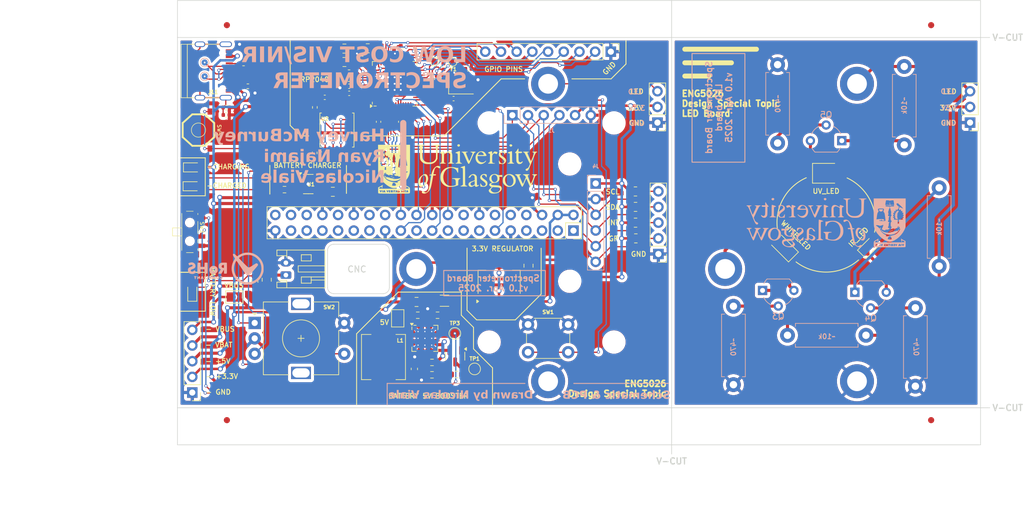
<source format=kicad_pcb>
(kicad_pcb (version 20241229) (generator "pcbnew") (generator_version "9.0")
  (layers (0 "F.Cu" signal) (2 "B.Cu" signal) (13 "F.Paste" user) (15 "B.Paste" user) (5 "F.SilkS" user "F.Silkscreen") (7 "B.SilkS" user "B.Silkscreen") (1 "F.Mask" user) (3 "B.Mask" user) (25 "Edge.Cuts" user))
  (net 0 "")
  (net 1 "GND")
  (net 2 "+VBAT")
  (net 3 "VBUS")
  (net 4 "+5V")
  (net 5 "+3.3V")
  (net 6 "+1V1")
  (net 7 "Net-(U3-ADC_AVDD)")
  (net 8 "Net-(J11-SHIELD)")
  (net 9 "Net-(U3-XIN)")
  (net 10 "Net-(C68-Pad1)")
  (net 11 "Net-(D1-K)")
  (net 12 "Net-(D2-A)")
  (net 13 "Net-(D3-A)")
  (net 14 "SENSOR-SCL")
  (net 15 "SENSOR-SDA")
  (net 16 "SENSOR-INT")
  (net 17 "SENSOR-RST")
  (net 18 "E-PAPER-CS")
  (net 34 "E-PAPER-RST")
  (net 36 "E-PAPER-MOSI")
  (net 41 "E-PAPER-BUSY")
  (net 44 "E-PAPER-DC")
  (net 46 "E-PAPER-SCK")
  (net 48 "Net-(J6-Pin_2)")
  (net 49 "Net-(J6-Pin_3)")
  (net 50 "Net-(J11-D--PadA7)")
  (net 52 "Net-(J11-CC2)")
  (net 53 "Net-(J11-D+-PadA6)")
  (net 55 "Net-(J11-CC1)")
  (net 56 "Net-(L1-Pad2)")
  (net 57 "Net-(Q1-B)")
  (net 58 "Net-(Q1-C)")
  (net 59 "Net-(U2-~{CS})")
  (net 60 "Net-(R4-Pad1)")
  (net 61 "Net-(U3-XOUT)")
  (net 62 "Net-(U1-STAT)")
  (net 63 "Net-(U1-PROG)")
  (net 64 "Net-(U4-LBI)")
  (net 65 "USB_D-")
  (net 66 "USB_D+")
  (net 67 "Net-(SW3-A)")
  (net 68 "Net-(U4-FB)")
  (net 69 "PUSH-SWITCH")
  (net 70 "ENC-A")
  (net 71 "ENC-PSH")
  (net 72 "ENC-B")
  (net 73 "Net-(SW3-B)")
  (net 74 "Net-(U2-IO3)")
  (net 75 "Net-(U2-IO2)")
  (net 76 "Net-(U2-DI(IO0))")
  (net 77 "Net-(U2-DO(IO1))")
  (net 78 "Net-(U2-CLK)")
  (net 80 "Net-(J6-Pin_4)")
  (net 81 "Net-(J6-Pin_8)")
  (net 82 "Net-(J6-Pin_6)")
  (net 83 "Net-(J6-Pin_7)")
  (net 85 "Net-(J6-Pin_5)")
  (net 86 "Net-(U3-SWCLK)")
  (net 88 "Net-(U3-SWD)")
  (net 93 "RUN")
  (net 96 "Net-(J6-Pin_9)")
  (net 97 "Net-(D4-K)")
  (net 98 "Net-(D5-K)")
  (net 99 "Net-(D6-K)")
  (net 100 "LED-BOARD")
  (net 101 "Net-(Q3-B)")
  (net 102 "Net-(Q3-E)")
  (net 103 "Net-(Q4-E)")
  (net 104 "Net-(Q4-B)")
  (net 105 "Net-(Q5-B)")
  (net 106 "Net-(Q5-E)")
  (net 107 "Net-(JP2-A)")
  (footprint "Connector_PinHeader_2.54mm:PinHeader_1x05_P2.54mm_Vertical" (layer "F.Cu") (at 77.55 112.179999 180)
    (property "Reference" "J2" (hide yes))
    (property "Value" "POWER-pins" (hide yes))
  )
  (footprint "Resistor_SMD:R_0402_1005Metric" (layer "F.Cu") (at 102.925 60.275)
    (property "Reference" "R15" (hide yes))
    (property "Value" "27" (hide yes))
  )
  (footprint "Capacitor_SMD:C_1206_3216Metric" (layer "F.Cu") (at 118.375 97.3)
    (property "Reference" "C6" (hide yes))
    (property "Value" "100u/6V" (hide yes))
  )
  (footprint "Capacitor_SMD:C_0805_2012Metric" (layer "F.Cu") (at 102.175001 58.625 180)
    (property "Reference" "C13" (hide yes))
    (property "Value" "2.2u" (hide yes))
  )
  (footprint "Package_SO:SOIC-8_5.3x5.3mm_P1.27mm" (layer "F.Cu") (at 100.965 69.65 90)
    (property "Reference" "U2")
    (property "Value" "W25Q16JVS")
  )
  (footprint "Capacitor_SMD:C_0402_1005Metric" (layer "F.Cu") (at 111.3 68.3 -90)
    (property "Reference" "C16" (hide yes))
    (property "Value" "100n" (hide yes))
  )
  (footprint "Capacitor_SMD:C_0402_1005Metric" (layer "F.Cu") (at 107.7 68.305 -90)
    (property "Reference" "C15" (hide yes))
    (property "Value" "100n" (hide yes))
  )
  (footprint "Resistor_SMD:R_0402_1005Metric" (layer "F.Cu") (at 105.05 58.05)
    (property "Reference" "R7" (hide yes))
    (property "Value" "200" (hide yes))
  )
  (footprint "Resistor_SMD:R_0805_2012Metric" (layer "F.Cu") (at 149.2875 79.6)
    (property "Reference" "R1" (hide yes))
    (property "Value" "4.7k" (hide yes))
  )
  (footprint "Fiducial:Fiducial_1mm_Mask3mm" (layer "F.Cu") (at 197.149998 116.649999 -90)
    (property "Reference" "REF**" (hide yes))
    (property "Value" "Fiducial_1mm_Mask3mm" (hide yes))
  )
  (footprint "Capacitor_SMD:C_0402_1005Metric" (layer "F.Cu") (at 83.05 67.2)
    (property "Reference" "C34" (hide yes))
    (property "Value" "100n" (hide yes))
  )
  (footprint "Inductor_SMD:L_APV_APH0630" (layer "F.Cu") (at 108.5 106.425 90)
    (property "Reference" "L1")
    (property "Value" "6.8u" (hide yes))
  )
  (footprint "Resistor_SMD:R_0805_2012Metric" (layer "F.Cu") (at 149.3 82.1)
    (property "Reference" "R2" (hide yes))
    (property "Value" "4.7k" (hide yes))
  )
  (footprint "MountingHole:MountingHole_3.2mm_M3_ISO14580_Pad" (layer "F.Cu") (at 163.8 92.15)
    (property "Reference" "REF**" (hide yes))
    (property "Value" "MountingHole_3.2mm_M3_ISO14580_Pad" (hide yes))
  )
  (footprint "Resistor_SMD:R_0805_2012Metric" (layer "F.Cu") (at 149.3 84.65)
    (property "Reference" "R21" (hide yes))
    (property "Value" "4.7k" (hide yes))
  )
  (footprint "userr:JLC-BASIC-BUTTON" (layer "F.Cu") (at 80.8 69.65 -90)
    (property "Reference" "SW5")
    (property "Value" "BOOT" (hide yes))
  )
  (footprint "Resistor_SMD:R_0402_1005Metric" (layer "F.Cu") (at 97.365 73.35 90)
    (property "Reference" "R4" (hide yes))
    (property "Value" "1k")
  )
  (footprint "Capacitor_SMD:C_0402_1005Metric" (layer "F.Cu") (at 119.85 64.55 180)
    (property "Reference" "C48" (hide yes))
    (property "Value" "33p" (hide yes))
  )
  (footprint "LED_SMD:LED_0603_1608Metric" (layer "F.Cu") (at 77.55 95.9 90)
    (property "Reference" "D3" (hide yes))
    (property "Value" "red")
  )
  (footprint "LED_SMD:LED_0805_2012Metric" (layer "F.Cu") (at 187.1 88.6 45)
    (property "Reference" "D5" (hide yes))
    (property "Value" "IR_LED")
  )
  (footprint "Jumper:SolderJumper-2_P1.3mm_Bridged_Pad1.0x1.5mm" (layer "F.Cu") (at 110.8 100.15 90)
    (property "Reference" "JP2" (hide yes))
    (property "Value" "OUT-5V" (hide yes))
  )
  (footprint "Capacitor_SMD:C_0805_2012Metric" (layer "F.Cu") (at 89.6 93.9 -90)
    (property "Reference" "C3" (hide yes))
    (property "Value" "10u" (hide yes))
  )
  (footprint "Resistor_SMD:R_0603_1608Metric" (layer "F.Cu") (at 117.25 99.65)
    (property "Reference" "R19" (hide yes))
    (property "Value" "200k" (hide yes))
  )
  (footprint "Resistor_SMD:R_0402_1005Metric" (layer "F.Cu") (at 102.925 61.4 180)
    (property "Reference" "R16" (hide yes))
    (property "Value" "27" (hide yes))
  )
  (footprint "LED_SMD:LED_PLCC_2835" (layer "F.Cu") (at 180.15 76.65)
    (property "Reference" "D6" (hide yes))
    (property "Value" "UV_LED" (hide yes))
  )
  (footprint "user:1.3mm_Test_Point" (layer "F.Cu") (at 78.150003 51.649999)
    (property "Reference" "REF**" (hide yes))
    (property "Value" "TestPoint")
  )
  (footprint "TestPoint:TestPoint_Pad_D1.0mm" (layer "F.Cu") (at 119.7 58.6)
    (property "Reference" "TP7" (hide yes))
    (property "Value" "SWD" (hide yes))
  )
  (footprint "Capacitor_SMD:C_0603_1608Metric" (layer "F.Cu") (at 113.5 108.35 90)
    (property "Reference" "C4" (hide yes))
    (property "Value" "100n" (hide yes))
  )
  (footprint "Resistor_SMD:R_0603_1608Metric" (layer "F.Cu") (at 116.35 109.3)
    (property "Reference" "R11" (hide yes))
    (property "Value" "340k" (hide yes))
  )
  (footprint "Crystal:Crystal_SMD_3225-4Pin_3.2x2.5mm" (layer "F.Cu") (at 121.05 62.15)
    (property "Reference" "Y1")
    (property "Value" "12MHz")
  )
  (footprint "Capacitor_SMD:C_0402_1005Metric" (layer "F.Cu") (at 102.945 62.55 180)
    (property "Reference" "C20" (hide yes))
    (property "Value" "100n" (hide yes))
  )
  (footprint "Capacitor_SMD:C_0805_2012Metric" (layer "F.Cu") (at 102.175 56.45 180)
    (property "Reference" "C14" (hide yes))
    (property "Value" "2.2u" (hide yes))
  )
  (footprint "Package_TO_SOT_SMD:SOT-223-3_TabPin2" (layer "F.Cu") (at 127.225 94.275 90)
    (property "Reference" "U18" (hide yes))
    (property "Value" "LM1117-3.3")
  )
  (footprint "Resistor_SMD:R_0402_1005Metric" (layer "F.Cu") (at 118.2 61.35 -90)
    (property "Reference" "R5" (hide yes))
    (property "Value" "1k" (hide yes))
  )
  (footprint "TestPoint:TestPoint_Pad_D1.0mm" (layer "F.Cu") (at 116.75 58.55)
    (property "Reference" "TP6" (hide yes))
    (property "Value" "SWCLK" (hide yes))
  )
  (footprint "Connector_PinHeader_2.54mm:PinHeader_1x03_P2.54mm_Vertical" (layer "F.Cu") (at 152.85 68.44 180)
    (property "Reference" "J7" (hide yes))
    (property "Value" "BOARD->LED" (hide yes))
  )
  (footprint "Connector_PinHeader_2.54mm:PinHeader_1x09_P2.54mm_Vertical" (layer "F.Cu") (at 145.3 56.95 -90)
    (property "Reference" "J6" (hide yes))
    (property "Value" "GPIO PINS" (hide yes))
  )
  (footprint "Fiducial:Fiducial_1mm_Mask3mm" (layer "F.Cu") (at 197.149999 52.650001 -90)
    (property "Reference" "REF**" (hide yes))
    (property "Value" "Fiducial_1mm_Mask3mm" (hide yes))
  )
  (footprint "Resistor_SMD:R_0603_1608Metric" (layer "F.Cu") (at 87.65 94.1 -90)
    (property "Reference" "R17" (hide yes))
    (property "Value" "340k" (hide yes))
  )
  (footprint "TestPoint:TestPoint_Pad_D1.5mm" (layer "F.Cu") (at 120.05 102.6)
    (property "Reference" "TP3")
    (property "Value" "EN" (hide yes))
  )
  (footprint "Connector_PinHeader_2.54mm:PinHeader_1x03_P2.54mm_Vertical" (layer "F.Cu") (at 203.45 68.44 180)
    (property "Reference" "J8" (hide yes))
    (property "Value" "LED->BOARD" (hide yes))
  )
  (footprint "Capacitor_SMD:C_0402_1005Metric" (layer "F.Cu") (at 98.995 64.35)
    (property "Reference" "C8" (hide yes))
    (property "Value" "100n" (hide yes))
  )
  (footprint "Package_TO_SOT_SMD:SOT-23-5" (layer "F.Cu") (at 96.325 78.4)
    (property "Reference" "U1")
    (property "Value" "MCP73831-2-OT" (hide yes))
  )
  (footprint "MountingHole:MountingHole_3.2mm_M3_ISO14580_Pad" (layer "F.Cu") (at 185.15 110.35)
    (property "Reference" "REF**" (hide yes))
    (property "Value" "MountingHole_3.2mm_M3_ISO14580_Pad" (hide yes))
  )
  (footprint "Resistor_SMD:R_0402_1005Metric" (layer "F.Cu") (at 86.55 62.55 180)
    (property "Reference" "R14" (hide yes))
    (property "Value" "5.1k" (hide yes))
  )
  (footprint "test:uofg-8mm" (layer "F.Cu") (at 120.5 75.95)
    (property "Reference" "G***" (hide yes))
    (property "Value" "LOGO" (hide yes))
  )
  (footprint "Connector_JST:JST_PH_S2B-PH-K_1x02_P2.00mm_Horizontal" (layer "F.Cu") (at 92.7 93.15 90)
    (property "Reference" "BT1" (hide yes))
    (property "Value" "Battery_Cell")
  )
  (footprint "Resistor_SMD:R_0402_1005Metric" (layer "F.Cu") (at 97.39 65.975 -90)
    (property "Reference" "R3" (hide yes))
    (property "Value" "10k" (hide yes))
  )
  (footprint "Capacitor_SMD:C_0402_1005Metric" (layer "F.Cu") (at 122.25 59.725)
    (property "Reference" "C68" (hide yes))
    (property "Value" "33p" (hide yes))
  )
  (footprint "Capacitor_SMD:C_0805_2012Metric" (layer "F.Cu") (at 113.85 97.5)
    (property "Reference" "C5" (hide yes))
    (property "Value" "2.2u" (hide yes))
  )
  (footprint "Resistor_SMD:R_0603_1608Metric" (layer "F.Cu") (at 114.05 99.65 180)
    (property "Reference" "R18" (hide yes))
    (property "Value" "1.85M" (hide yes))
  )
  (footprint "Package_DFN_QFN:QFN-56-1EP_7x7mm_P0.4mm_EP3.2x3.2mm" (layer "F.Cu") (at 110.3 62.15 90)
    (property "Reference" "U3" (hide yes))
    (property "Value" "RP2040" (hide yes))
  )
  (footprint "MountingHole:MountingHole_3.2mm_M3_ISO14580_Pad" (layer "F.Cu") (at 113.8 92.15)
    (property "Reference" "REF**" (hide yes))
    (property "Value" "MountingHole_3.2mm_M3_ISO14580_Pad" (hide yes))
  )
  (footprint "Capacitor_SMD:C_0805_2012Metric" (layer "F.Cu") (at 131.975 91.625 -90)
    (property "Reference" "C58" (hide yes))
    (property "Value" "10u" (hide yes))
  )
  (footprint "Resistor_SMD:R_0603_1608Metric" (layer "F.Cu") (at 92.475 79.3)
    (property "Reference" "R8" (hide yes))
    (property "Value" "1k" (hide yes))
  )
  (footprint "user:1.3mm_Test_Point" (layer "F.Cu") (at 78.15 117.65 90)
    (property "Reference" "REF**" (hide yes))
    (property "Value" "TestPoint" (hide yes))
  )
  (footprint "Capacitor_SMD:C_0402_1005Metric" (layer "F.Cu") (at 117.125 61.375 90)
    (property "Reference" "C17" (hide yes))
    (property "Value" "100n" (hide yes))
  )
  (footprint "Fiducial:Fiducial_1mm_Mask3mm" (layer "F.Cu") (at 83.150001 116.649999 90)
    (property "Reference" "REF**" (hide yes))
    (property "Value" "Fiducial_1mm_Mask3mm" (hide yes))
  )
  (footprint "Button_Switch_THT:SW_PUSH_6mm_H13mm" (layer "F.Cu") (at 131.9 101.15)
    (property "Reference" "SW1")
    (property "Value" "SW_Push")
  )
  (footprint "MountingHole:MountingHole_3.2mm_M3_ISO14580_Pad" (layer "F.Cu") (at 135.15 110.35)
    (property "Reference" "REF**" (hide yes))
    (property "Value" "MountingHole_3.2mm_M3_ISO14580_Pad" (hide yes))
  )
  (footprint "Package_DFN_QFN:Texas_RSA_VQFN-16-1EP_4x4mm_P0.65mm_EP2.7x2.7mm_ThermalVias" (layer "F.Cu") (at 115.2 103.4)
    (property "Reference" "U4" (hide yes))
    (property "Value" "TPS61090" (hide yes))
  )
  (footprint "user:1.3mm_Test_Point" (layer "F.Cu") (at 202.15 51.65 -90)
    (property "Reference" "REF**" (hide yes))
    (property "Value" "TestPoint" (hide yes))
  )
  (footprint "Capacitor_SMD:C_0402_1005Metric" (layer "F.Cu") (at 102.95 63.7 180)
    (property "Reference" "C12" (hide yes))
    (property "Value" "100n" (hide yes))
  )
  (footprint "Resistor_SMD:R_0805_2012Metric" (layer "F.Cu") (at 149.35 87.2)
    (property "Reference" "R22" (hide yes))
    (property "Value" "4.7k" (hide yes))
  )
  (footprint "Fiducial:Fiducial_1mm_Mask3mm" (layer "F.Cu") (at 83.150002 52.650001 90)
    (property "Reference" "REF**" (hide yes))
    (property "Value" "Fiducial_1mm_Mask3mm" (hide yes))
  )
  (footprint "Rotary_Encoder:RotaryEncoder_Alps_EC11E-Switch_Vertical_H20mm" (layer "F.Cu") (at 87.65 100.9)
    (property "Reference" "SW2")
    (property "Value" "RotaryEncoder_Switch")
  )
  (footprint "clipboard:373cd04b-ca43-4578-a831-aea33ae2f387" (layer "F.Cu") (at 141.425 89.610001 90)
    (property "Reference" "")
    (property "Value" "")
  )
  (footprint "MountingHole:MountingHole_3.2mm_M3_ISO14580_Pad" (layer "F.Cu") (at 185.15 62.15)
    (property "Reference" "REF**" (hide yes))
    (property "Value" "MountingHole_3.2mm_M3_ISO14580_Pad" (hide yes))
  )
  (footprint "Capacitor_SMD:C_0805_2012Metric" (layer "F.Cu") (at 105.95 56.4 180)
    (property "Reference" "C21" (hide yes))
    (property "Value" "2.2u" (hide yes))
  )
  (footprint "Capacitor_SMD:C_0402_1005Metric" (layer "F.Cu") (at 108.2 56.4 90)
    (property "Reference" "C19" (hide yes))
    (property "Value" "100n" (hide yes))
  )
  (footprint "Connector_PinSocket_2.54mm:PinSocket_2x20_P2.54mm_Vertical" (layer "F.Cu") (at 139.25 85.94 -90)
    (property "Reference" "J3" (hide yes))
    (property "Value" "Conn_02x20_Odd_Even")
  )
  (footprint "Resistor_SMD:R_0402_1005Metric" (layer "F.Cu") (at 83.05 66)
    (property "Reference" "R12" (hide yes))
    (property "Value" "220" (hide yes))
  )
  (footprint "LED_SMD:LED_1206_3216Metric" (layer "F.Cu") (at 173.25 88.6 135)
    (property "Reference" "D4" (hide yes))
    (property "Value" "WHITE-LED")
  )
  (footprint "Connector_PinHeader_2.54mm:PinHeader_1x05_P2.54mm_Vertical" (layer "F.Cu") (at 153 89.729999 180)
    (property "Reference" "J5" (hide yes))
    (property "Value" "I2C comm" (hide yes))
  )
  (footprint "Resistor_SMD:R_0603_1608Metric" (layer "F.Cu") (at 92.475 77.4)
    (property "Reference" "R6" (hide yes))
    (property "Value" "470" (hide yes))
  )
  (footprint "LED_SMD:LED_0603_1608Metric" (layer "F.Cu") (at 77.55 78.75)
    (property "Reference" "D2" (hide yes))
    (property "Value" "green")
  )
  (footprint "TestPoint:TestPoint_Pad_D1.5mm" (layer "F.Cu") (at 123.25 108.35)
    (property "Reference" "TP1")
    (property "Value" "LBO")
  )
  (footprint "LED_SMD:LED_0603_1608Metric" (layer "F.Cu") (at 77.6 75.7)
    (property "Reference" "D1" (hide yes))
    (property "Value" "orange")
  )
  (footprint "Resistor_SMD:R_0603_1608Metric" (layer "F.Cu") (at 116.35 107.3 180)
    (property "Reference" "R10" (hide yes))
    (property "Value" "1.85M" (hide yes))
  )
  (footprint "Resistor_SMD:R_0603_1608Metric" (layer "F.Cu") (at 100.075 77.45)
    (property "Reference" "R9" (hide yes))
    (property "Value" "2k" (hide yes))
  )
  (footprint "Capacitor_SMD:C_0402_1005Metric" (layer "F.Cu") (at 118.2 59.35 90)
    (property "Reference" "C11" (hide yes))
    (property "Value" "100n" (hide yes))
  )
  (footprint "userr:Alps-Alpine-SPDT" (layer "F.Cu") (at 77.15 86.15 -90)
    (property "Reference" "SW3")
    (property "Value" "SW_Push_SPDT")
  )
  (footprint "Resistor_SMD:R_0603_1608Metric" (layer "F.Cu") (at 120.325 109.25 180)
    (property "Reference" "R20" (hide yes))
    (property "Value" "1k" (hide yes))
  )
  (footprint "user:1.3mm_Test_Point" (layer "F.Cu") (at 202.149997 117.650001 180)
    (property "Reference" "REF**" (hide yes))
    (property "Value" "TestPoint")
  )
  (footprint "Jumper:SolderJumper-2_P1.3mm_Open_TrianglePad1.0x1.5mm" (layer "F.Cu") (at 84.35 96.7)
    (property "Reference" "JP1" (hide yes))
    (property "Value" "VBUS-5V" (hide yes))
  )
  (footprint "Resistor_SMD:R_0402_1005Metric" (layer "F.Cu") (at 85.85 58.85)
    (property "Reference" "R13" (hide yes))
    (property "Value" "5.1k" (hide yes))
  )
  (footprint "userr:USB-C-JLCPCB" (layer "F.Cu") (at 83.54 60.075 -90)
    (property "Reference" "J11")
    (property "Value" "USB_C_Receptacle_USB2.0" (hide yes))
  )
  (footprint "Capacitor_SMD:C_0805_2012Metric" (layer "F.Cu") (at 100.3 79.65)
    (property "Reference" "C2" (hide yes))
    (property "Value" "10u")
  )
  (footprint "MountingHole:MountingHole_3.2mm_M3_ISO14580_Pad" (layer "F.Cu") (at 135.15 62.15)
    (property "Reference" "REF**" (hide yes))
    (property "Value" "MountingHole_3.2mm_M3_ISO14580_Pad" (hide yes))
  )
  (footprint "Package_TO_SOT_SMD:SOT-23" (layer "F.Cu") (at 120.1 106.2875 -90)
    (property "Reference" "Q1" (hide yes))
    (property "Value" "MMUN2133LT1G" (hide yes))
  )
  (footprint "Capacitor_SMD:C_0402_1005Metric" (layer "F.Cu") (at 111.3 56.45 90)
    (property "Reference" "C18" (hide yes))
    (property "Value" "100n" (hide yes))
  )
  (footprint "Resistor_THT:R_Axial_DIN0411_L9.9mm_D3.6mm_P12.70mm_Horizontal" (layer "B.Cu") (at 172.3 59.05 -90)
    (property "Reference" "R28" (hide yes))
    (property "Value" "470")
  )
  (footprint "Resistor_THT:R_Axial_DIN0411_L9.9mm_D3.6mm_P12.70mm_Horizontal" (layer "B.Cu") (at 165.15 110.9 90)
    (property "Reference" "R26" (hide yes))
    (property "Value" "470")
  )
  (footprint "TestPoint:TestPoint_Pad_D1.0mm" (layer "B.Cu") (at 79.55 58.7)
    (property "Reference" "TP4" (hide yes))
    (property "Value" "D-")
  )
  (footprint "Resistor_THT:R_Axial_DIN0411_L9.9mm_D3.6mm_P12.70mm_Horizontal" (layer "B.Cu") (at 186.6 102.899999 180)
    (property "Reference" "R23" (hide yes))
    (property "Value" "10k")
  )
  (footprint "Connector_PinSocket_2.54mm:PinSocket_1x06_P2.54mm_Vertical" (layer "B.Cu") (at 142.85 84.65 -90)
    (property "Reference" "J4")
    (property "Value" "AD7341")
  )
  (footprint "Package_TO_SOT_THT:TO-92_Wide" (layer "B.Cu") (at 169.86 95.630001)
    (property "Reference" "Q3")
    (property "Value" "Q_NPN_BEC")
  )
  (footprint "Package_TO_SOT_THT:TO-92_Wide" (layer "B.Cu") (at 184.810001 95.93)
    (property "Reference" "Q4")
    (property "Value" "Q_NPN_BEC")
  )
  (footprint "test:rohs-15mm" (layer "B.Cu") (at 83 92.2 180)
    (property "Reference" "G***" (hide yes))
    (property "Value" "LOGO" (hide yes))
  )
  (footprint "test:uofg-8mm" (layer "B.Cu") (at 180.15 84.65 180)
    (property "Reference" "G***" (hide yes))
    (property "Value" "LOGO" (hide yes))
  )
  (footprint "Connector_PinSocket_2.54mm:PinSocket_1x06_P2.54mm_Vertical" (layer "B.Cu") (at 135.706379 67.243216)
    (property "Reference" "J1")
    (property "Value" "AD7265X" (hide yes))
  )
  (footprint "MountingHole:MountingHole_3.2mm_M3" (layer "B.Cu") (at 125.606378 103.993215)
    (property "Reference" "REF**" (hide yes))
    (property "Value" "MountingHole_3.2mm_M3")
  )
  (footprint "Resistor_THT:R_Axial_DIN0411_L9.9mm_D3.6mm_P12.70mm_Horizontal" (layer "B.Cu") (at 192.8 59.35 -90)
    (property "Reference" "R25" (hide yes))
    (property "Value" "10k")
  )
  (footprint "MountingHole:MountingHole_3.2mm_M3" (layer "B.Cu") (at 145.806379 68.493216)
    (property "Reference" "REF**" (hide yes))
    (property "Value" "MountingHole_3.2mm_M3")
  )
  (footprint "MountingHole:MountingHole_3.2mm_M3" (layer "B.Cu") (at 138.65 94.15 -90)
    (property "Reference" "REF**" (hide yes))
    (property "Value" "MountingHole_3.2mm_M3")
  )
  (footprint "MountingHole:MountingHole_3.2mm_M3" (layer "B.Cu") (at 138.65 75.149998 -90)
    (property "Reference" "REF**" (hide yes))
    (property "Value" "MountingHole_3.2mm_M3")
  )
  (footprint "TestPoint:TestPoint_Pad_D1.0mm" (layer "B.Cu") (at 79.55 60.95)
    (property "Reference" "TP5" (hide yes))
    (property "Value" "D+")
  )
  (footprint "Resistor_THT:R_Axial_DIN0411_L9.9mm_D3.6mm_P12.70mm_Horizontal" (layer "B.Cu") (at 194.6 111.15 90)
    (property "Reference" "R27" (hide yes))
    (property "Value" "470")
  )
  (footprint "MountingHole:MountingHole_3.2mm_M3" (layer "B.Cu") (at 125.606379 68.493216)
    (property "Reference" "REF**" (hide yes))
    (property "Value" "MountingHole_3.2mm_M3")
  )
  (footprint "Package_TO_SOT_THT:TO-92_Wide" (layer "B.Cu") (at 182.69 71.37 180)
    (property "Reference" "Q5")
    (property "Value" "Q_NPN_BEC")
  )
  (footprint "MountingHole:MountingHole_3.2mm_M3" (layer "B.Cu") (at 145.806378 103.993215)
    (property "Reference" "REF**" (hide yes))
    (property "Value" "MountingHole_3.2mm_M3")
  )
  (footprint "Resistor_THT:R_Axial_DIN0411_L9.9mm_D3.6mm_P12.70mm_Horizontal" (layer "B.Cu") (at 198.45 91.7 90)
    (property "Reference" "R24" (hide yes))
    (property "Value" "10k")
  )
  (gr_line (start 123.575 100.4) (end 129.85 100.4) (stroke (width 0.15)) (layer "F.SilkS"))
  (gr_line (start 104.15 114.15) (end 104.15 102.65) (stroke (width 0.15)) (layer "F.SilkS"))
  (gr_line (start 96.4 70.6) (end 95.1 70.6) (stroke (width 0.15)) (layer "F.SilkS"))
  (gr_arc (start 185.4 90.7) (mid 180.400113 92.6564) (end 175.287861 91.015894) (stroke (width 0.15)) (layer "F.SilkS"))
  (gr_line (start 126.15 108.175) (end 126.15 114.175) (stroke (width 0.15)) (layer "F.SilkS"))
  (gr_line (start 75.65 99) (end 79.65 99) (stroke (width 0.15)) (layer "F.SilkS"))
  (gr_line (start 104.15 102.65) (end 110.9 95.9) (stroke (width 0.15)) (layer "F.SilkS"))
  (gr_line (start 147.75 58.95) (end 147.75 55.15) (stroke (width 0.15)) (layer "F.SilkS"))
  (gr_line (start 102.5 79.91125) (end 102.5 75.38875) (stroke (width 0.15)) (layer "F.SilkS"))
  (gr_line (start 123.075 102.375) (end 123.075 101.625) (stroke (width 0.15)) (layer "F.SilkS"))
  (gr_line (start 122.025 88.775) (end 122.025 98.85) (stroke (width 0.15)) (layer "F.SilkS"))
  (gr_line (start 145.35 61.35) (end 147.75 58.95) (stroke (width 0.15)) (layer "F.SilkS"))
  (gr_line (start 79.65 74.15) (end 79.65 80.3) (stroke (width 0.15)) (layer "F.SilkS"))
  (gr_line (start 129.85 100.4) (end 134.025 96.225) (stroke (width 0.15)) (layer "F.SilkS"))
  (gr_line (start 134.025 96.225) (end 134.025 88.8) (stroke (width 0.15)) (layer "F.SilkS"))
  (gr_line (start 125.15 63.75) (end 127.55 61.35) (stroke (width 0.15)) (layer "F.SilkS"))
  (gr_line (start 123.075 105.1) (end 126.15 108.175) (stroke (width 0.15)) (layer "F.SilkS"))
  (gr_arc (start 172.25 85.55) (mid 173.253242 80.693394) (end 176.939381 77.375941) (stroke (width 0.15)) (layer "F.SilkS"))
  (gr_line (start 105.95 70.6) (end 118.3 70.6) (stroke (width 0.15)) (layer "F.SilkS"))
  (gr_line (start 110.9 95.9) (end 121.1 95.9) (stroke (width 0.15)) (layer "F.SilkS"))
  (gr_line (start 139 61.35) (end 144.4 61.35) (stroke (width 0.15)) (layer "F.SilkS"))
  (gr_line (start 144.4 61.35) (end 145.35 61.35) (stroke (width 0.15)) (layer "F.SilkS"))
  (gr_line (start 118.3 70.6) (end 125.15 63.75) (stroke (width 0.15)) (layer "F.SilkS"))
  (gr_line (start 157.275 56.55) (end 168.875 56.55) (stroke (width 0.8)) (layer "F.SilkS"))
  (gr_line (start 157.275 60.9) (end 161.175 60.9) (stroke (width 0.8)) (layer "F.SilkS"))
  (gr_line (start 79.65 92.7) (end 79.65 99) (stroke (width 0.15)) (layer "F.SilkS"))
  (gr_line (start 121.1 99.65) (end 123.075 101.625) (stroke (width 0.15)) (layer "F.SilkS"))
  (gr_line (start 75.65 92.7) (end 79.65 92.7) (stroke (width 0.15)) (layer "F.SilkS"))
  (gr_line (start 75.65 80.3) (end 79.65 80.3) (stroke (width 0.15)) (layer "F.SilkS"))
  (gr_line (start 95.1 70.6) (end 93.4 68.9) (stroke (width 0.15)) (layer "F.SilkS"))
  (gr_line (start 121.1 95.9) (end 121.1 99.65) (stroke (width 0.15)) (layer "F.SilkS"))
  (gr_line (start 157.275 58.75) (end 164.825 58.75) (stroke (width 0.8)) (layer "F.SilkS"))
  (gr_line (start 75.65 92.7) (end 78.4 92.7) (stroke (width 0.15)) (layer "F.SilkS"))
  (gr_line (start 123.075 102.375) (end 123.075 105.1) (stroke (width 0.15)) (layer "F.SilkS"))
  (gr_line (start 90.1 75.375) (end 90.1 80.025) (stroke (width 0.15)) (layer "F.SilkS"))
  (gr_line (start 75.65 74.15) (end 79.65 74.15) (stroke (width 0.15)) (layer "F.SilkS"))
  (gr_line (start 127.55 61.35) (end 131.35 61.35) (stroke (width 0.15)) (layer "F.SilkS"))
  (gr_arc (start 183.547414 77.405514) (mid 187.288755 81.035699) (end 188 86.2) (stroke (width 0.15)) (layer "F.SilkS"))
  (gr_line (start 122.025 98.85) (end 123.575 100.4) (stroke (width 0.15)) (layer "F.SilkS"))
  (gr_line (start 93.4 68.9) (end 93.4 55.15) (stroke (width 0.15)) (layer "F.SilkS"))
  (gr_line (start 111.7 68.511608) (end 111.7 78.888392) (stroke (width 1)) (layer "B.SilkS"))
  (gr_line (start 154.65 110.7) (end 139.3 110.7) (stroke (width 0.15)) (layer "B.SilkS"))
  (gr_line (start 109.1 110.7) (end 109.1 114.15) (stroke (width 0.15)) (layer "B.SilkS"))
  (gr_rect (start 158.45 57.25) (end 167 74.85) (stroke (width 0.15)) (fill no) (layer "B.SilkS"))
  (gr_line (start 131.4 110.7) (end 109.1 110.7) (stroke (width 0.15)) (layer "B.SilkS"))
  (gr_rect (start 118.25 92.4) (end 134.7 96.5) (stroke (width 0.15)) (fill no) (layer "B.SilkS"))
  (gr_line (start 205.15 114.65) (end 75.15 114.65) (stroke (width 0.1)) (layer "Edge.Cuts"))
  (gr_line (start 155.15 120.65) (end 155.15 48.65) (stroke (width 0.1)) (layer "Edge.Cuts"))
  (gr_line (start 100.45 96.15) (end 108.45 96.15) (stroke (width 0.1)) (layer "Edge.Cuts"))
  (gr_line (start 205.15 114.65) (end 206.65 114.65) (stroke (width 0.1)) (layer "Edge.Cuts"))
  (gr_line (start 99.45 89.15) (end 99.45 95.15) (stroke (width 0.1)) (layer "Edge.Cuts"))
  (gr_rect (start 75.15 48.65) (end 205.15 120.65) (stroke (width 0.1)) (fill no) (layer "Edge.Cuts"))
  (gr_line (start 155.15 120.65) (end 155.15 122.15) (stroke (width 0.1)) (layer "Edge.Cuts"))
  (gr_line (start 109.45 95.15) (end 109.45 89.15) (stroke (width 0.1)) (layer "Edge.Cuts"))
  (gr_arc (start 108.45 88.15) (mid 109.157107 88.442893) (end 109.45 89.15) (stroke (width 0.1)) (layer "Edge.Cuts"))
  (gr_arc (start 100.45 96.15) (mid 99.742893 95.857107) (end 99.45 95.15) (stroke (width 0.1)) (layer "Edge.Cuts"))
  (gr_arc (start 109.45 95.15) (mid 109.157107 95.857107) (end 108.45 96.15) (stroke (width 0.1)) (layer "Edge.Cuts"))
  (gr_line (start 205.15 54.65) (end 206.65 54.65) (stroke (width 0.1)) (layer "Edge.Cuts"))
  (gr_line (start 108.45 88.15) (end 100.45 88.15) (stroke (width 0.1)) (layer "Edge.Cuts"))
  (gr_line (start 205.15 54.65) (end 75.15 54.65) (stroke (width 0.1)) (layer "Edge.Cuts"))
  (gr_arc (start 99.45 89.15) (mid 99.742893 88.442893) (end 100.45 88.15) (stroke (width 0.1)) (layer "Edge.Cuts"))
  (gr_text "LED" (at 149.5 63.4 0) (layer "F.SilkS") (effects (font (size 0.8 0.8))))
  (gr_text "BATTERY LOW" (at 80.85 95.85 270) (layer "F.SilkS") (effects (font (size 0.8 0.8))))
  (gr_text "BATTERY 5V BOOSTER" (at 115.775 112.75 0) (layer "F.SilkS") (effects (font (size 0.8 0.8))))
  (gr_text "-CHARGING" (at 83.35 75.6 0) (layer "F.SilkS") (effects (font (size 0.8 0.8))))
  (gr_text "IR_LED" (at 185.4 87 45) (layer "F.SilkS") (effects (font (size 0.8 0.8))))
  (gr_text "GND" (at 149.8 89.75 0) (layer "F.SilkS") (effects (font (size 0.8 0.8))))
  (gr_text "GND" (at 149.45 68.5 0) (layer "F.SilkS") (effects (font (size 0.8 0.8))))
  (gr_text "- GND" (at 81.75 112.1 0) (layer "F.SilkS") (effects (font (size 0.8 0.8))))
  (gr_text "3.3V REGULATOR" (at 127.775 88.875 0) (layer "F.SilkS") (effects (font (size 0.8 0.8))))
  (gr_text "3.3V" (at 199.85 66.05 0) (layer "F.SilkS") (effects (font (size 0.8 0.8))))
  (gr_text "-CHARGED" (at 83.1 78.65 0) (layer "F.SilkS") (effects (font (size 0.8 0.8))))
  (gr_text "INT" (at 145.75 84.65 0) (layer "F.SilkS") (effects (font (size 0.8 0.8))))
  (gr_text "VBUS" (at 84.3 94.85 0) (layer "F.SilkS") (effects (font (size 0.8 0.8))))
  (gr_text "- VBUS" (at 82.05 101.9 0) (layer "F.SilkS") (effects (font (size 0.8 0.8))))
  (gr_text "WHITE_LED" (at 175.25 86.7 315) (layer "F.SilkS") (effects (font (size 0.8 0.8))))
  (gr_text "GND" (at 199.95 68.5 0) (layer "F.SilkS") (effects (font (size 0.8 0.8))))
  (gr_text "5V" (at 108.65 100.8 0) (layer "F.SilkS") (effects (font (size 0.8 0.8))))
  (gr_text "LED" (at 200.15 63.4 0) (layer "F.SilkS") (effects (font (size 0.8 0.8))))
  (gr_text "SDA" (at 145.6 82.15 0) (layer "F.SilkS") (effects (font (size 0.8 0.8))))
  (gr_text "UV_LED" (at 180.15 79.55 0) (layer "F.SilkS") (effects (font (size 0.8 0.8))))
  (gr_text "GPIO PINS" (at 127.95 59.8 0) (layer "F.SilkS") (effects (font (size 0.8 0.8))))
  (gr_text "GND" (at 145.05 59.65 45) (layer "F.SilkS") (effects (font (size 0.8 0.8))))
  (gr_text "GP" (at 145.75 87.25 0) (layer "F.SilkS") (effects (font (size 0.8 0.8))))
  (gr_text "ENG5026\nDesign Special Topic" (at 154.45 111.55 0) (layer "F.SilkS") (effects (font (size 1 1) (thickness 0.25) (bold yes)) (justify right)))
  (gr_text "- +5V" (at 81.7 107.1 0) (layer "F.SilkS") (effects (font (size 0.8 0.8))))
  (gr_text "3.3V" (at 149.250001 66.049999 0) (layer "F.SilkS") (effects (font (size 0.8 0.8))))
  (gr_text "- VBAT" (at 81.85 104.45 0) (layer "F.SilkS") (effects (font (size 0.8 0.8))))
  (gr_text "RP2040" (at 97.35 61.45 0) (layer "F.SilkS") (effects (font (size 0.8 0.8))))
  (gr_text "- +3.3V" (at 82.35 109.55 0) (layer "F.SilkS") (effects (font (size 0.8 0.8))))
  (gr_text "SCL" (at 145.6 79.65 0) (layer "F.SilkS") (effects (font (size 0.8 0.8))))
  (gr_text "ENG5026\nDesign Special Topic\nLED Board" (at 156.65 65.35 0) (layer "F.SilkS") (effects (font (size 1 1) (thickness 0.25) (bold yes)) (justify left)))
  (gr_text "BATTERY CHARGER" (at 96.2 75.375 0) (layer "F.SilkS") (effects (font (size 0.8 0.8))))
  (gr_text "Drawn by Nicolas Viale" (at 121 112.6 0) (layer "B.SilkS") (effects (font (size 1.3 1.3) (thickness 0.2) (bold yes)) (justify mirror)))
  (gr_text "~10k" (at 198.45 85.350001 90) (layer "B.SilkS") (effects (font (size 0.8 0.8)) (justify mirror)))
  (gr_text "~470" (at 194.8 104.799999 90) (layer "B.SilkS") (effects (font (size 0.8 0.8)) (justify mirror)))
  (gr_text "~470" (at 172.35 65.4 90) (layer "B.SilkS") (effects (font (size 0.8 0.8)) (justify mirror)))
  (gr_text "LOW COST VIS/NIR\nSPECTROMETER" (at 122.05 56.15 0) (layer "B.SilkS") (effects (font (size 2.5 2.5) (thickness 0.625) (bold yes)) (justify left top mirror)))
  (gr_text "GND" (at 200.000001 68.499999 0) (layer "B.SilkS") (effects (font (size 0.8 0.8)) (justify mirror)))
  (gr_text "LED" (at 149.199999 63.45 0) (layer "B.SilkS") (effects (font (size 0.8 0.8)) (justify mirror)))
  (gr_text "GND" (at 149.55 68.55 0) (layer "B.SilkS") (effects (font (size 0.8 0.8)) (justify mirror)))
  (gr_text "3.3V" (at 200.1 66.05 0) (layer "B.SilkS") (effects (font (size 0.8 0.8)) (justify mirror)))
  (gr_text "3.3V" (at 149.55 66.1 0) (layer "B.SilkS") (effects (font (size 0.8 0.8)) (justify mirror)))
  (gr_text "Spectrometer Board\nv1.0 Apr. 2025" (at 126.25 94.45 0) (layer "B.SilkS") (effects (font (size 1 1) (thickness 0.2) (bold yes)) (justify mirror)))
  (gr_text "~470" (at 165.15 104.82 90) (layer "B.SilkS") (effects (font (size 0.8 0.8)) (justify mirror)))
  (gr_text "Spectrometer Board\nLED board\nv1.0 Apr. 2025" (at 162.8 66 90) (layer "B.SilkS") (effects (font (size 1 1) (thickness 0.2) (bold yes)) (justify mirror)))
  (gr_text "~10k" (at 192.8 65.7 90) (layer "B.SilkS") (effects (font (size 0.8 0.8)) (justify mirror)))
  (gr_text "Harvey McBurney\nRyan Najami\nNicolas Viale" (at 108.75 73.988392 0) (layer "B.SilkS") (effects (font (size 2 2) (thickness 0.5) (bold yes)) (justify left mirror)))
  (gr_text "~10k" (at 180.25 103.1 0) (layer "B.SilkS") (effects (font (size 0.8 0.8)) (justify mirror)))
  (gr_text "Schematic & PCB" (at 146.2 112.65 0) (layer "B.SilkS") (effects (font (size 1.3 1.3) (thickness 0.2) (bold yes)) (justify mirror)))
  (gr_text "LED" (at 199.8 63.399999 0) (layer "B.SilkS") (effects (font (size 0.8 0.8)) (justify mirror)))
  (gr_text "CNC" (at 104.2 92.2 0) (layer "Edge.Cuts") (effects (font (size 1 1))))
  (gr_text "V-CUT" (at 209.55 54.65 0) (layer "Edge.Cuts") (effects (font (size 1 1) (thickness 0.2) (bold yes))))
  (gr_text "V-CUT" (at 209.55 114.65 0) (layer "Edge.Cuts") (effects (font (size 1 1) (thickness 0.2) (bold yes))))
  (gr_text "V-CUT" (at 155.15 123.3 0) (layer "Edge.Cuts") (effects (font (size 1 1) (thickness 0.2) (bold yes))))
  (segment (start 115.525 109.3) (end 115.5 109.3) (width 0.4) (layer "F.Cu") (net 1))
  (segment (start 105.000001 56.4) (end 105.000001 56.449999) (width 0.2) (layer "F.Cu") (net 1))
  (segment (start 110.83 55.97) (end 110.5 56.3) (width 0.2) (layer "F.Cu") (net 1))
  (segment (start 106.150001 55.25) (end 105.000001 56.4) (width 0.2) (layer "F.Cu") (net 1))
  (segment (start 121.1 59.05) (end 122.055 59.05) (width 0.2) (layer "F.Cu") (net 1))
  (segment (start 110.35 56.45) (end 110.35 57.25) (width 0.2) (layer "F.Cu") (net 1))
  (segment (start 115.525 103.725) (end 115.2 103.4) (width 0.5) (layer "F.Cu") (net 1))
  (segment (start 113.5 107.575) (end 113.5 106.45) (width 0.4) (layer "F.Cu") (net 1))
  (segment (start 83.54 63.275) (end 83.925 63.275) (width 0.4) (layer "F.Cu") (net 1))
  (segment (start 120.8 58.75) (end 121.1 59.05) (width 0.2) (layer "F.Cu") (net 1))
  (segment (start 122.73 59.725) (end 123.025 59.725) (width 0.2) (layer "F.Cu") (net 1))
  (segment (start 115.5 109.3) (end 114.65 110.15) (width 0.4) (layer "F.Cu") (net 1))
  (segment (start 118.2 58.87) (end 118.2 58.35) (width 0.2) (layer "F.Cu") (net 1))
  (segment (start 85.55 64.9) (end 86.45 64.9) (width 0.4) (layer "F.Cu") (net 1))
  (segment (start 114.799998 97.749998) (end 115.65 98.6) (width 0.4) (layer "F.Cu") (net 1))
  (segment (start 119 57.55) (end 120.1 57.55) (width 0.2) (layer "F.Cu") (net 1))
  (segment (start 111.3 69.1) (end 113.040686 70.840686) (width 0.4) (layer "F.Cu") (net 1))
  (segment (start 117.125 60.895) (end 117.125 60.125) (width 0.2) (layer "F.Cu") (net 1))
  (segment (start 123.025 59.725) (end 123.6 60.3) (width 0.2) (layer "F.Cu") (net 1))
  (segment (start 118.075 99.65) (end 118.05 99.65) (width 0.5) (layer "F.Cu") (net 1))
  (segment (start 119.95 60.35) (end 119.95 61.3) (width 0.2) (layer "F.Cu") (net 1))
  (segment (start 83.925 63.275) (end 84.95 64.3) (width 0.4) (layer "F.Cu") (net 1))
  (segment (start 115.774 98.724) (end 115.65 98.6) (width 0.5) (layer "F.Cu") (net 1))
  (segment (start 117.125 60.125) (end 117.1 60.1) (width 0.2) (layer "F.Cu") (net 1))
  (segment (start 83.54 56.875) (end 84.025 56.875) (width 0.4) (layer "F.Cu") (net 1))
  (segment (start 111.3 55.97) (end 110.83 55.97) (width 0.2) (layer "F.Cu") (net 1))
  (segment (start 108.2 55.85) (end 107.6 55.25) (width 0.2) (layer "F.Cu") (net 1))
  (segment (start 133.15 82.65) (end 132.6 82.1) (width 0.4) (layer "F.Cu") (net 1))
  (segment (start 85.15 55.75) (end 85.2 55.75) (width 0.4) (layer "F.Cu") (net 1))
  (segment (start 84.95 64.3) (end 85.55 64.9) (width 0.4) (layer "F.Cu") (net 1))
  (segment (start 133.9 83.4) (end 133.15 82.65) (width 0.4) (layer "F.Cu") (net 1))
  (segment (start 84.025 56.875) (end 84.65 56.25) (width 0.4) (layer "F.Cu") (net 1))
  (segment (start 102.465 62.55) (end 101.7 62.55) (width 0.4) (layer "F.Cu") (net 1))
  (segment (start 87.059999 63.009999) (end 87.7 63.65) (width 0.4) (layer "F.Cu") (net 1))
  (segment (start 113.7375 63.15) (end 112.9 63.15) (width 0.2) (layer "F.Cu") (net 1))
  (segment (start 108.2 55.92) (end 108.2 55.85) (width 0.2) (layer "F.Cu") (net 1))
  (segment (start 95.1875 78.4) (end 96.3 78.4) (width 0.5) (layer "F.Cu") (net 1))
  (segment (start 132.6 82.1) (end 132.6 80.6) (width 0.4) (layer "F.Cu") (net 1))
  (segment (start 120.8 58.25) (end 120.8 58.75) (width 0.2) (layer "F.Cu") (net 1))
  (segment (start 134.17 83.4) (end 133.9 83.4) (width 0.4) (layer "F.Cu") (net 1))
  (segment (start 122.055 59.05) (end 122.73 59.725) (width 0.2) (layer "F.Cu") (net 1))
  (segment (start 107.6 55.25) (end 106.150001 55.25) (width 0.2) (layer "F.Cu") (net 1))
  (segment (start 114.799998 97.500001) (end 114.799998 97.749998) (width 0.4) (layer "F.Cu") (net 1))
  (segment (start 117.124 98.724) (end 115.774 98.724) (width 0.5) (layer "F.Cu") (net 1))
  (segment (start 110.5 56.3) (end 110.35 56.45) (width 0.2) (layer "F.Cu") (net 1))
  (segment (start 113.5 106.45) (end 113.55 106.4) (width 0.4) (layer "F.Cu") (net 1))
  (segment (start 101.7 62.55) (end 101.45 62.8) (width 0.4) (layer "F.Cu") (net 1))
  (segment (start 118.2 58.35) (end 119 57.55) (width 0.2) (layer "F.Cu") (net 1))
  (segment (start 105.000001 56.449999) (end 104.2 57.25) (width 0.2) (layer "F.Cu") (net 1))
  (segment (start 118.05 99.65) (end 117.124 98.724) (width 0.5) (layer "F.Cu") (net 1))
  (segment (start 111.3 68.78) (end 111.3 69.1) (width 0.4) (layer "F.Cu") (net 1))
  (segment (start 117.1625 103.725) (end 115.525 103.725) (width 0.5) (layer "F.Cu") (net 1))
  (segment (start 120.1 57.55) (end 120.8 58.25) (width 0.2) (layer "F.Cu") (net 1))
  (segment (start 113.040686 70.840686) (end 113.209314 70.840686) (width 0.4) (layer "F.Cu") (net 1))
  (segment (start 87.059999 62.55) (end 87.059999 63.009999) (width 0.4) (layer "F.Cu") (net 1))
  (segment (start 84.65 56.25) (end 85.15 55.75) (width 0.4) (layer "F.Cu") (net 1))
  (segment (start 86.45 64.9) (end 87.7 63.65) (width 0.4) (layer "F.Cu") (net 1))
  (segment (start 123.6 61.3) (end 123.8 61.5) (width 0.2) (layer "F.Cu") (net 1))
  (segment (start 123.6 60.3) (end 123.6 61.3) (width 0.2) (layer "F.Cu") (net 1))
  (via (at 113.55 106.4) (size 0.8) (drill 0.5) (layers "F.Cu" "B.Cu") (net 1))
  (via (at 111.3 63.15) (size 0.5) (drill 0.3) (layers "F.Cu" "B.Cu") (net 1))
  (via (at 85.2 55.75) (size 0.8) (drill 0.5) (layers "F.Cu" "B.Cu") (net 1))
  (via (at 96.3 78.4) (size 0.8) (drill 0.5) (layers "F.Cu" "B.Cu") (net 1))
  (via (at 110.3 62.15) (size 0.5) (drill 0.3) (layers "F.Cu" "B.Cu") (net 1))
  (via (at 84.95 64.3) (size 0.8) (drill 0.5) (layers "F.Cu" "B.Cu") (net 1))
  (via (at 110.3 63.15) (size 0.5) (drill 0.3) (layers "F.Cu" "B.Cu") (net 1))
  (via (at 109.25 62.15) (size 0.5) (drill 0.3) (layers "F.Cu" "B.Cu") (net 1))
  (via (at 114.65 110.15) (size 0.8) (drill 0.5) (layers "F.Cu" "B.Cu") (net 1))
  (via (at 111.3 62.15) (size 0.5) (drill 0.3) (layers "F.Cu" "B.Cu") (net 1))
  (via (at 123.8 61.5) (size 0.8) (drill 0.5) (layers "F.Cu" "B.Cu") (net 1))
  (via (at 101.45 62.8) (size 0.8) (drill 0.5) (layers "F.Cu" "B.Cu") (net 1))
  (via (at 109.25 61.1) (size 0.5) (drill 0.3) (layers "F.Cu" "B.Cu") (net 1))
  (via (at 132.6 80.6) (size 0.8) (drill 0.5) (layers "F.Cu" "B.Cu") (net 1))
  (via (at 110.3 61.1) (size 0.5) (drill 0.3) (layers "F.Cu" "B.Cu") (net 1))
  (via (at 112.9 63.15) (size 0.5) (drill 0.3) (layers "F.Cu" "B.Cu") (net 1))
  (via (at 113.209314 70.840686) (size 0.8) (drill 0.5) (layers "F.Cu" "B.Cu") (net 1))
  (via (at 115.65 98.6) (size 0.8) (drill 0.5) (layers "F.Cu" "B.Cu") (net 1))
  (via (at 117.1 60.1) (size 0.5) (drill 0.3) (layers "F.Cu" "B.Cu") (net 1))
  (via (at 109.25 63.15) (size 0.5) (drill 0.3) (layers "F.Cu" "B.Cu") (net 1))
  (via (at 110.35 57.25) (size 0.5) (drill 0.3) (layers "F.Cu" "B.Cu") (net 1))
  (via (at 104.2 57.25) (size 0.5) (drill 0.3) (layers "F.Cu" "B.Cu") (net 1))
  (via (at 111.3 61.1) (size 0.5) (drill 0.3) (layers "F.Cu" "B.Cu") (net 1))
  (via (at 87.7 63.65) (size 0.8) (drill 0.5) (layers "F.Cu" "B.Cu") (net 1))
  (via (at 119.95 60.35) (size 0.5) (drill 0.3) (layers "F.Cu" "B.Cu") (net 1))
  (segment (start 117.1 60.1) (end 118.6 58.6) (width 0.2) (layer "B.Cu") (net 1))
  (segment (start 119.1 58.6) (end 119.95 59.45) (width 0.2) (layer "B.Cu") (net 1))
  (segment (start 118.6 58.6) (end 119.1 58.6) (width 0.2) (layer "B.Cu") (net 1))
  (segment (start 119.95 59.45) (end 119.95 60.35) (width 0.2) (layer "B.Cu") (net 1))
  (segment (start 119.15 105.35) (end 116.1875 105.35) (width 0.5) (layer "F.Cu") (net 2))
  (segment (start 108.5 109.45) (end 113.175 109.45) (width 0.5) (layer "F.Cu") (net 2))
  (segment (start 95.1875 79.35) (end 93.9375 80.6) (width 0.5) (layer "F.Cu") (net 2))
  (segment (start 115.525 107.3) (end 115.325 107.3) (width 0.5) (layer "F.Cu") (net 2))
  (segment (start 80.692456 109.792456) (end 80.692456 109.590983) (width 0.5) (layer "F.Cu") (net 2))
  (segment (start 108.5 109.45) (end 107.15 110.8) (width 0.5) (layer "F.Cu") (net 2))
  (segment (start 113.175 109.45) (end 113.5 109.125) (width 0.5) (layer "F.Cu") (net 2))
  (segment (start 89.6 92.975) (end 87.65 94.925) (width 0.5) (layer "F.Cu") (net 2))
  (segment (start 82 103.15) (end 78.959999 103.15) (width 0.5) (layer "F.Cu") (net 2))
  (segment (start 115.325 107.3) (end 113.5 109.125) (width 0.5) (layer "F.Cu") (net 2))
  (segment (start 116.175 105.3625) (end 116.175 106.65) (width 0.5) (layer "F.Cu") (net 2))
  (segment (start 82.05 80.6) (end 82 80.55) (width 0.5) (layer "F.Cu") (net 2))
  (segment (start 92.65 80.6) (end 82.05 80.6) (width 0.5) (layer "F.Cu") (net 2))
  (segment (start 116.175 106.65) (end 115.525 107.3) (width 0.5) (layer "F.Cu") (net 2))
  (segment (start 78.959999 103.15) (end 77.55 104.559999) (width 0.5) (layer "F.Cu") (net 2))
  (segment (start 93.9375 80.6) (end 92.65 80.6) (width 0.5) (layer "F.Cu") (net 2))
  (segment (start 116.1875 105.35) (end 116.175 105.3625) (width 0.5) (layer "F.Cu") (net 2))
  (segment (start 89.6 92.950002) (end 89.6 92.975) (width 0.5) (layer "F.Cu") (net 2))
  (segment (start 82 94.95) (end 82.025 94.925) (width 0.5) (layer "F.Cu") (net 2))
  (segment (start 107.15 110.8) (end 81.7 110.8) (width 0.5) (layer "F.Cu") (net 2))
  (segment (start 89.799998 93.15) (end 89.6 92.950002) (width 0.5) (layer "F.Cu") (net 2))
  (segment (start 81.7 110.8) (end 80.692456 109.792456) (width 0.5) (layer "F.Cu") (net 2))
  (segment (start 92.525 93.325) (end 92.7 93.15) (width 0.5) (layer "F.Cu") (net 2))
  (segment (start 82.025 94.925) (end 87.65 94.925) (width 0.5) (layer "F.Cu") (net 2))
  (segment (start 92.7 93.15) (end 89.799998 93.15) (width 0.5) (layer "F.Cu") (net 2))
  (via (at 80.692456 109.590983) (size 0.8) (drill 0.5) (layers "F.Cu" "B.Cu") (net 2))
  (via (at 82 103.15) (size 0.8) (drill 0.5) (layers "F.Cu" "B.Cu") (net 2))
  (via (at 82 94.95) (size 0.8) (drill 0.5) (layers "F.Cu" "B.Cu") (net 2))
  (via (at 82 80.55) (size 0.8) (drill 0.5) (layers "F.Cu" "B.Cu") (net 2))
  (segment (start 82 80.55) (end 82 94.95) (width 0.5) (layer "B.Cu") (net 2))
  (segment (start 82 103.15) (end 80.65 104.5) (width 0.5) (layer "B.Cu") (net 2))
  (segment (start 80.65 109.548527) (end 80.692456 109.590983) (width 0.5) (layer "B.Cu") (net 2))
  (segment (start 82 94.95) (end 82 103.15) (width 0.5) (layer "B.Cu") (net 2))
  (segment (start 80.65 104.5) (end 80.65 109.548527) (width 0.5) (layer "B.Cu") (net 2))
  (segment (start 78.437501 75.65) (end 78.387501 75.7) (width 0.4) (layer "F.Cu") (net 3))
  (segment (start 97.7625 79.65) (end 98.95 79.65) (width 0.5) (layer "F.Cu") (net 3))
  (segment (start 81 100.75) (end 78.819999 100.75) (width 0.4) (layer "F.Cu") (net 3))
  (segment (start 81 97.75) (end 82.05 96.7) (width 0.4) (layer "F.Cu") (net 3))
  (segment (start 82.05 96.7) (end 83.625 96.7) (width 0.4) (layer "F.Cu") (net 3))
  (segment (start 97.4625 79.35) (end 97.7625 79.65) (width 0.5) (layer "F.Cu") (net 3))
  (segment (start 83.54 57.675) (end 84.825 57.675) (width 0.4) (layer "F.Cu") (net 3))
  (segment (start 84.575 62.475) (end 86 63.9) (width 0.4) (layer "F.Cu") (net 3))
  (segment (start 81 75.65) (end 78.437501 75.65) (width 0.4) (layer "F.Cu") (net 3))
  (segment (start 81 100.75) (end 81 97.75) (width 0.4) (layer "F.Cu") (net 3))
  (segment (start 84.825 57.675) (end 84.85 57.65) (width 0.4) (layer "F.Cu") (net 3))
  (segment (start 97.4625 79.35) (end 95.2625 81.55) (width 0.5) (layer "F.Cu") (net 3))
  (segment (start 95.2625 81.55) (end 81 81.55) (width 0.5) (layer "F.Cu") (net 3))
  (segment (start 78.819999 100.75) (end 77.55 102.019999) (width 0.4) (layer "F.Cu") (net 3))
  (segment (start 83.54 62.475) (end 84.575 62.475) (width 0.4) (layer "F.Cu") (net 3))
  (segment (start 98.95 79.65) (end 99.25 79.35) (width 0.5) (layer "F.Cu") (net 3))
  (via (at 86 63.9) (size 0.8) (drill 0.5) (layers "F.Cu" "B.Cu") (net 3))
  (via (at 84.85 57.65) (size 0.8) (drill 0.5) (layers "F.Cu" "B.Cu") (net 3))
  (via (at 81 81.55) (size 0.8) (drill 0.5) (layers "F.Cu" "B.Cu") (net 3))
  (via (at 81 100.75) (size 0.8) (drill 0.5) (layers "F.Cu" "B.Cu") (net 3))
  (via (at 81 75.65) (size 0.8) (drill 0.5) (layers "F.Cu" "B.Cu") (net 3))
  (segment (start 82.1 58.35) (end 81.25 59.2) (width 0.4) (layer "B.Cu") (net 3))
  (segment (start 81.25 59.2) (end 81 59.45) (width 0.4) (layer "B.Cu") (net 3))
  (segment (start 82.95 58.35) (end 82.1 58.35) (width 0.4) (layer "B.Cu") (net 3))
  (segment (start 81 75.65) (end 81 81.55) (width 0.4) (layer "B.Cu") (net 3))
  (segment (start 81 68.7) (end 81 75.65) (width 0.4) (layer "B.Cu") (net 3))
  (segment (start 81 66.7) (end 81 68.7) (width 0.4) (layer "B.Cu") (net 3))
  (segment (start 84.15 58.35) (end 82.95 58.35) (width 0.4) (layer "B.Cu") (net 3))
  (segment (start 81.8 65.9) (end 81 66.7) (width 0.4) (layer "B.Cu") (net 3))
  (segment (start 84.85 57.65) (end 84.15 58.35) (width 0.4) (layer "B.Cu") (net 3))
  (segment (start 81 61.5) (end 81 66.7) (width 0.4) (layer "B.Cu") (net 3))
  (segment (start 86 63.9) (end 86 64.5) (width 0.4) (layer "B.Cu") (net 3))
  (segment (start 84.6 65.9) (end 81.8 65.9) (width 0.4) (layer "B.Cu") (net 3))
  (segment (start 81 59.45) (end 81 61.5) (width 0.4) (layer "B.Cu") (net 3))
  (segment (start 86 64.5) (end 84.6 65.9) (width 0.4) (layer "B.Cu") (net 3))
  (segment (start 81 81.55) (end 81 100.75) (width 0.4) (layer "B.Cu") (net 3))
  (segment (start 78.85 105.8) (end 77.55 107.1) (width 0.5) (layer "F.Cu") (net 4))
  (segment (start 127.95 94.75) (end 117.5 94.75) (width 0.5) (layer "F.Cu") (net 4))
  (segment (start 114.600001 95.8) (end 112.900002 97.499999) (width 0.5) (layer "F.Cu") (net 4))
  (segment (start 92.45 99.55) (end 91.35 98.45) (width 0.5) (layer "F.Cu") (net 4))
  (segment (start 112.900002 97.499999) (end 112.800001 97.499999) (width 0.5) (layer "F.Cu") (net 4))
  (segment (start 116.45 95.8) (end 114.600001 95.8) (width 0.5) (layer "F.Cu") (net 4))
  (segment (start 86.75 98.45) (end 85.080903 96.780903) (width 0.5) (layer "F.Cu") (net 4))
  (segment (start 135.375 97.425) (end 129.525 97.425) (width 0.4) (layer "F.Cu") (net 4))
  (segment (start 91.35 98.45) (end 86.9 98.45) (width 0.5) (layer "F.Cu") (net 4))
  (segment (start 129.525 97.425) (end 129.525 96.325) (width 0.5) (layer "F.Cu") (net 4))
  (segment (start 116.9 96.25) (end 116.45 95.8) (width 0.4) (layer "F.Cu") (net 4))
  (segment (start 135.45 97.35) (end 135.375 97.425) (width 0.4) (layer "F.Cu") (net 4))
  (segment (start 86.9 98.45) (end 83.25 98.45) (width 0.5) (layer "F.Cu") (net 4))
  (segment (start 112.800001 97.499999) (end 110.800001 99.499999) (width 0.5) (layer "F.Cu") (net 4))
  (segment (start 86.9 98.45) (end 86.75 98.45) (width 0.5) (layer "F.Cu") (net 4))
  (segment (start 112.900002 97.499999) (end 99.550001 97.499999) (width 0.5) (layer "F.Cu") (net 4))
  (segment (start 85.080903 96.780903) (end 85.080903 96.7) (width 0.5) (layer "F.Cu") (net 4))
  (segment (start 116.9 97.3) (end 116.9 96.25) (width 0.4) (layer "F.Cu") (net 4))
  (segment (start 99.550001 97.499999) (end 97.5 99.55) (width 0.5) (layer "F.Cu") (net 4))
  (segment (start 82.05 105.8) (end 78.85 105.8) (width 0.5) (layer "F.Cu") (net 4))
  (segment (start 97.5 99.55) (end 92.45 99.55) (width 0.5) (layer "F.Cu") (net 4))
  (segment (start 129.525 96.325) (end 127.95 94.75) (width 0.5) (layer "F.Cu") (net 4))
  (segment (start 117.5 94.75) (end 116.45 95.8) (width 0.5) (layer "F.Cu") (net 4))
  (via (at 135.45 97.35) (size 0.8) (drill 0.5) (layers "F.Cu" "B.Cu") (net 4))
  (via (at 83.25 98.45) (size 0.8) (drill 0.5) (layers "F.Cu" "B.Cu") (net 4))
  (via (at 82.05 105.8) (size 0.8) (drill 0.5) (layers "F.Cu" "B.Cu") (net 4))
  (segment (start 83.25 104.6) (end 82.05 105.8) (width 0.5) (layer "B.Cu") (net 4))
  (segment (start 136.71 83.4) (end 135.45 84.66) (width 0.4) (layer "B.Cu") (net 4))
  (segment (start 135.45 84.66) (end 135.45 97.35) (width 0.4) (layer "B.Cu") (net 4))
  (segment (start 136.71 83.4) (end 139.25 83.4) (width 0.4) (layer "B.Cu") (net 4))
  (segment (start 83.25 98.45) (end 83.25 104.6) (width 0.5) (layer "B.Cu") (net 4))
  (segment (start 148.5 65.7) (end 152.65 65.7) (width 0.4) (layer "F.Cu") (net 5))
  (segment (start 198.15 65.9) (end 195.35 68.7) (width 0.5) (layer "F.Cu") (net 5))
  (segment (start 107.7 61.15) (end 107.7 61.4) (width 0.2) (layer "F.Cu") (net 5))
  (segment (start 147.05 87.2) (end 148.4375 87.2) (width 0.4) (layer "F.Cu") (net 5))
  (segment (start 112 64.15) (end 112.35 63.8) (width 0.2) (layer "F.Cu") (net 5))
  (segment (start 98.15 100.45) (end 92.05 100.45) (width 0.4) (layer "F.Cu") (net 5))
  (segment (start 108.45 64.15) (end 107.7 64.9) (width 0.2) (layer "F.Cu") (net 5))
  (segment (start 106.8625 61.549999) (end 107.550001 61.549999) (width 0.2) (layer "F.Cu") (net 5))
  (segment (start 106.8625 61.95) (end 106.8625 61.549999) (width 0.2) (layer "F.Cu") (net 5))
  (segment (start 92.05 100.45) (end 90.75 99.15) (width 0.4) (layer "F.Cu") (net 5))
  (segment (start 82.1 108.35) (end 78.839999 108.35) (width 0.4) (layer "F.Cu") (net 5))
  (segment (start 94.584999 65.465001) (end 94.2 65.85) (width 0.4) (layer "F.Cu") (net 5))
  (segment (start 106.862499 61.55) (end 104.425 61.55) (width 0.2) (layer "F.Cu") (net 5))
  (segment (start 127.2 97.399999) (end 127.225 97.424999) (width 0.4) (layer "F.Cu") (net 5))
  (segment (start 111.3 64.85) (end 112 64.15) (width 0.2) (layer "F.Cu") (net 5))
  (segment (start 174.75 78.65) (end 181.125 78.65) (width 0.5) (layer "F.Cu") (net 5))
  (segment (start 108 59.65) (end 107.7 59.35) (width 0.2) (layer "F.Cu") (net 5))
  (segment (start 187.762912 81.212912) (end 183.2 76.65) (width 0.5) (layer "F.Cu") (net 5))
  (segment (start 107.7 58.7125) (end 107.7 57.38) (width 0.2) (layer "F.Cu") (net 5))
  (segment (start 104.15 58.05) (end 104.54 58.05) (width 0.2) (layer "F.Cu") (net 5))
  (segment (start 108.85 98.7) (end 99.9 98.7) (width 0.4) (layer "F.Cu") (net 5))
  (segment (start 148.3875 82.1) (end 147.125 82.1) (width 0.4) (layer "F.Cu") (net 5))
  (segment (start 106.8625 61.549999) (end 106.862499 61.55) (width 0.2) (layer "F.Cu") (net 5))
  (segment (start 107.699999 59.950001) (end 108 59.65) (width 0.2) (layer "F.Cu") (net 5))
  (segment (start 111.3 65.5875) (end 111.3 67.82) (width 0.2) (layer "F.Cu") (net 5))
  (segment (start 183.2 76.65) (end 181.525 76.65) (width 0.5) (layer "F.Cu") (net 5))
  (segment (start 104.425 61.55) (end 103.425 62.55) (width 0.2) (layer "F.Cu") (net 5))
  (segment (start 98.515 64.35) (end 98.515 65.412502) (width 0.4) (layer "F.Cu") (net 5))
  (segment (start 187.762912 80.887088) (end 187.762912 81.212912) (width 0.5) (layer "F.Cu") (net 5))
  (segment (start 105.475 67.825) (end 103.2 70.1) (width 0.5) (layer "F.Cu") (net 5))
  (segment (start 172.26005 87.610051) (end 165.339949 87.610051) (width 0.5) (layer "F.Cu") (net 5))
  (segment (start 98.45 70.1) (end 94.2 65.85) (width 0.5) (layer "F.Cu") (net 5))
  (segment (start 111.3 56.93) (end 111.3 58.7125) (width 0.2) (layer "F.Cu") (net 5))
  (segment (start 141.25 93.45) (end 138.475001 90.675001) (width 0.4) (layer "F.Cu") (net 5))
  (segment (start 141.059595 65.7) (end 148.5 65.7) (width 0.4) (layer "F.Cu") (net 5))
  (segment (start 111.3 65.5875) (end 111.3 64.85) (width 0.2) (layer "F.Cu") (net 5))
  (segment (start 139.516379 67.243216) (end 141.059595 65.7) (width 0.4) (layer "F.Cu") (net 5))
  (segment (start 90.75 99.15) (end 84.75 99.15) (width 0.4) (layer "F.Cu") (net 5))
  (segment (start 127.225 91.125001) (end 114.824999 91.125001) (width 0.4) (layer "F.Cu") (net 5))
  (segment (start 111.1 59.65) (end 108 59.65) (width 0.2) (layer "F.Cu") (net 5))
  (segment (start 107.95 60.9) (end 107.7 61.15) (width 0.2) (layer "F.Cu") (net 5))
  (segment (start 103.2 70.1) (end 98.45 70.1) (width 0.5) (layer "F.Cu") (net 5))
  (segment (start 147.125 84.65) (end 147.075 84.7) (width 0.4) (layer "F.Cu") (net 5))
  (segment (start 195.35 73.3) (end 194.45 74.2) (width 0.5) (layer "F.Cu") (net 5))
  (segment (start 94.2 65.85) (end 86.2 65.85) (width 0.5) (layer "F.Cu") (net 5))
  (segment (start 147.125 82.1) (end 147.075 82.05) (width 0.4) (layer "F.Cu") (net 5))
  (segment (start 203.45 65.9) (end 198.15 65.9) (width 0.5) (layer "F.Cu") (net 5))
  (segment (start 163.8 89.15) (end 163.8 92.15) (width 0.5) (layer "F.Cu") (net 5))
  (segment (start 181.125 78.65) (end 181.525 78.25) (width 0.5) (layer "F.Cu") (net 5))
  (segment (start 105.950001 59.950001) (end 106.8625 59.950001) (width 0.2) (layer "F.Cu") (net 5))
  (segment (start 107.7 67.825) (end 105.475 67.825) (width 0.5) (layer "F.Cu") (net 5))
  (segment (start 107.550001 61.549999) (end 107.7 61.4) (width 0.2) (layer "F.Cu") (net 5))
  (segment (start 147.075 78.3) (end 148.375 79.6) (width 0.4) (layer "F.Cu") (net 5))
  (segment (start 84.75 99.15) (end 84.35 99.55) (width 0.4) (layer "F.Cu") (net 5))
  (segment (start 98.515 65.412502) (end 98.462501 65.465001) (width 0.4) (layer "F.Cu") (net 5))
  (segment (start 103.124999 57.024999) (end 104.15 58.05) (width 0.2) (layer "F.Cu") (net 5))
  (segment (start 97.39 65.465001) (end 98.462501 65.465001) (width 0.4) (layer "F.Cu") (net 5))
  (segment (start 148.3875 84.65) (end 147.125 84.65) (width 0.4) (layer "F.Cu") (net 5))
  (segment (start 194.45 74.2) (end 187.762912 80.887088) (width 0.5) (layer "F.Cu") (net 5))
  (segment (start 181.525 78.25) (end 181.525 76.65) (width 0.5) (layer "F.Cu") (net 5))
  (segment (start 165.339949 87.610051) (end 163.8 89.15) (width 0.5) (layer "F.Cu") (net 5))
  (segment (start 112 64.15) (end 108.45 64.15) (width 0.2) (layer "F.Cu") (net 5))
  (segment (start 98.462501 65.465001) (end 99.06 66.0625) (width 0.4) (layer "F.Cu") (net 5))
  (segment (start 97.39 65.465001) (end 94.584999 65.465001) (width 0.4) (layer "F.Cu") (net 5))
  (segment (start 187.762912 87.937087) (end 187.762912 81.212912) (width 0.5) (layer "F.Cu") (net 5))
  (segment (start 147.1 93.45) (end 141.25 93.45) (width 0.4) (layer "F.Cu") (net 5))
  (segment (start 78.839999 108.35) (end 77.55 109.639999) (width 0.4) (layer "F.Cu") (net 5))
  (segment (start 127.225 92.775) (end 127.2 92.8) (width 0.4) (layer "F.Cu") (net 5))
  (segment (start 138.475001 90.675001) (end 131.975 90.675001) (width 0.4) (layer "F.Cu") (net 5))
  (segment (start 152.65 65.7) (end 152.85 65.9) (width 0.4) (layer "F.Cu") (net 5))
  (segment (start 142.85 78.3) (end 147.075 78.3) (width 0.4) (layer "F.Cu") (net 5))
  (segment (start 112.35 62.3) (end 112.7 61.95) (width 0.2) (layer "F.Cu") (net 5))
  (segment (start 103.124999 56.45) (end 103.124999 57.024999) (width 0.2) (layer "F.Cu") (net 5))
  (segment (start 99.9 98.7) (end 98.15 100.45) (width 0.4) (layer "F.Cu") (net 5))
  (segment (start 104.54 58.54) (end 105.950001 59.950001) (width 0.2) (layer "F.Cu") (net 5))
  (segment (start 107.7 61.4) (end 107.7 64.9) (width 0.2) (layer "F.Cu") (net 5))
  (segment (start 107.7 64.9) (end 107.7 65.5875) (width 0.2) (layer "F.Cu") (net 5))
  (segment (start 117.03 61.95) (end 117.125 61.855) (width 0.2) (layer "F.Cu") (net 5))
  (segment (start 112.35 63.8) (end 112.35 62.3) (width 0.2) (layer "F.Cu") (net 5))
  (segment (start 131.975 90.675001) (end 127.675 90.675001) (width 0.4) (layer "F.Cu") (net 5))
  (segment (start 107.7 57.38) (end 108.2 56.88) (width 0.2) (layer "F.Cu") (net 5))
  (segment (start 114.824999 91.125001) (end 113.8 92.15) (width 0.4) (layer "F.Cu") (net 5))
  (segment (start 106.8625 59.950001) (end 107.699999 59.950001) (width 0.2) (layer "F.Cu") (net 5))
  (segment (start 127.225 91.125001) (end 127.225 92.775) (width 0.4) (layer "F.Cu") (net 5))
  (segment (start 147.075 78.3) (end 147.075 78.325) (width 0.4) (layer "F.Cu") (net 5))
  (segment (start 172.26005 87.610051) (end 172.26005 81.13995) (width 0.5) (layer "F.Cu") (net 5))
  (segment (start 111.3 58.7125) (end 111.3 59.45) (width 0.2) (layer "F.Cu") (net 5))
  (segment (start 107.7 59.35) (end 107.7 58.7125) (width 0.2) (layer "F.Cu") (net 5))
  (segment (start 111.3 59.45) (end 111.1 59.65) (width 0.2) (layer "F.Cu") (net 5))
  (segment (start 113.7375 61.95) (end 117.03 61.95) (width 0.2) (layer "F.Cu") (net 5))
  (segment (start 195.35 68.7) (end 195.35 73.3) (width 0.5) (layer "F.Cu") (net 5))
  (segment (start 86.2 65.85) (end 86.175 65.875) (width 0.5) (layer "F.Cu") (net 5))
  (segment (start 107.7 65.5875) (end 107.7 67.825) (width 0.2) (layer "F.Cu") (net 5))
  (segment (start 172.26005 81.13995) (end 174.75 78.65) (width 0.5) (layer "F.Cu") (net 5))
  (segment (start 127.675 90.675001) (end 127.225 91.125001) (width 0.4) (layer "F.Cu") (net 5))
  (segment (start 104.54 58.05) (end 104.54 58.54) (width 0.2) (layer "F.Cu") (net 5))
  (segment (start 127.2 95.7) (end 127.2 97.399999) (width 0.4) (layer "F.Cu") (net 5))
  (segment (start 112.7 61.95) (end 113.7375 61.95) (width 0.2) (layer "F.Cu") (net 5))
  (via (at 147.05 87.2) (size 0.8) (drill 0.5) (layers "F.Cu" "B.Cu") (net 5))
  (via (at 148.5 65.7) (size 0.8) (drill 0.5) (layers "F.Cu" "B.Cu") (net 5))
  (via (at 147.075 82.05) (size 0.8) (drill 0.5) (layers "F.Cu" "B.Cu") (net 5))
  (via (at 108.85 98.7) (size 0.8) (drill 0.5) (layers "F.Cu" "B.Cu") (net 5))
  (via (at 147.1 93.45) (size 0.8) (drill 0.5) (layers "F.Cu" "B.Cu") (net 5))
  (via (at 127.2 92.8) (size 0.8) (drill 0.5) (layers "F.Cu" "B.Cu") (net 5))
  (via (at 84.35 99.55) (size 0.8) (drill 0.5) (layers "F.Cu" "B.Cu") (net 5))
  (via (at 127.2 95.7) (size 0.8) (drill 0.5) (layers "F.Cu" "B.Cu") (net 5))
  (via (at 82.1 108.35) (size 0.8) (drill 0.5) (layers "F.Cu" "B.Cu") (net 5))
  (via (at 147.075 78.3) (size 0.8) (drill 0.5) (layers "F.Cu" "B.Cu") (net 5))
  (via (at 107.95 60.9) (size 0.5) (drill 0.3) (layers "F.Cu" "B.Cu") (net 5))
  (via (at 147.075 84.7) (size 0.8) (drill 0.5) (layers "F.Cu" "B.Cu") (net 5))
  (via (at 108 59.65) (size 0.5) (drill 0.3) (layers "F.Cu" "B.Cu") (net 5))
  (via (at 86.175 65.875) (size 0.8) (drill 0.5) (layers "F.Cu" "B.Cu") (net 5))
  (segment (start 84.35 99.55) (end 84.2 99.7) (width 0.4) (layer "B.Cu") (net 5))
  (segment (start 108 60.85) (end 107.95 60.9) (width 0.2) (layer "B.Cu") (net 5))
  (segment (start 108.85 98.7) (end 110.55 97) (width 0.4) (layer "B.Cu") (net 5))
  (segment (start 84.2 105.2) (end 84.2 106.25) (width 0.4) (layer "B.Cu") (net 5))
  (segment (start 147.075 82.05) (end 147.075 84.7) (width 0.4) (layer "B.Cu") (net 5))
  (segment (start 110.55 95.4) (end 113.8 92.15) (width 0.4) (layer "B.Cu") (net 5))
  (segment (start 127.2 92.8) (end 127.2 95.7) (width 0.4) (layer "B.Cu") (net 5))
  (segment (start 108 59.65) (end 108 60.85) (width 0.2) (layer "B.Cu") (net 5))
  (segment (start 84.2 99.7) (end 84.2 105.2) (width 0.4) (layer "B.Cu") (net 5))
  (segment (start 147.075 78.3) (end 147.075 71.025) (width 0.4) (layer "B.Cu") (net 5))
  (segment (start 148.5 69.6) (end 148.5 65.7) (width 0.4) (layer "B.Cu") (net 5))
  (segment (start 147.05 93.4) (end 147.1 93.45) (width 0.4) (layer "B.Cu") (net 5))
  (segment (start 147.075 78.3) (end 147.075 82.05) (width 0.4) (layer "B.Cu") (net 5))
  (segment (start 84.2 106.25) (end 82.1 108.35) (width 0.4) (layer "B.Cu") (net 5))
  (segment (start 147.075 71.025) (end 148.5 69.6) (width 0.4) (layer "B.Cu") (net 5))
  (segment (start 84.35 99.55) (end 84.35 67.7) (width 0.4) (layer "B.Cu") (net 5))
  (segment (start 147.075 84.7) (end 147.075 87.175) (width 0.4) (layer "B.Cu") (net 5))
  (segment (start 110.55 97) (end 110.55 95.4) (width 0.4) (layer "B.Cu") (net 5))
  (segment (start 84.35 67.7) (end 86.175 65.875) (width 0.4) (layer "B.Cu") (net 5))
  (segment (start 147.05 87.2) (end 147.05 93.4) (width 0.4) (layer "B.Cu") (net 5))
  (segment (start 147.075 87.175) (end 147.05 87.2) (width 0.4) (layer "B.Cu") (net 5))
  (segment (start 116.930761 59.45) (end 117.35 59.45) (width 0.2) (layer "F.Cu") (net 6))
  (segment (start 105.35 62.35) (end 105.15 62.15) (width 0.2) (layer "F.Cu") (net 6))
  (segment (start 117.7 59.8) (end 118.17 59.8) (width 0.2) (layer "F.Cu") (net 6))
  (segment (start 116.4 61.1) (end 116.4 59.980761) (width 0.2) (layer "F.Cu") (net 6))
  (segment (start 106.8625 62.35) (end 105.35 62.35) (width 0.2) (layer "F.Cu") (net 6))
  (segment (start 117.35 59.45) (end 117.7 59.8) (width 0.2) (layer "F.Cu") (net 6))
  (segment (start 106.8625 60.35) (end 108.35 60.35) (width 0.2) (layer "F.Cu") (net 6))
  (segment (start 104.98 62.15) (end 103.43 63.7) (width 0.2) (layer "F.Cu") (net 6))
  (segment (start 112.35 60.398) (end 112.35 61.3) (width 0.2) (layer "F.Cu") (net 6))
  (segment (start 105.35 60.35) (end 105.15 60.15) (width 0.2) (layer "F.Cu") (net 6))
  (segment (start 118.17 59.8) (end 118.2 59.83) (width 0.2) (layer "F.Cu") (net 6))
  (segment (start 115.950001 61.549999) (end 116.4 61.1) (width 0.2) (layer "F.Cu") (net 6))
  (segment (start 116.4 59.980761) (end 116.930761 59.45) (width 0.2) (layer "F.Cu") (net 6))
  (segment (start 112.102 60.15) (end 112.35 60.398) (width 0.2) (layer "F.Cu") (net 6))
  (segment (start 105.15 60.15) (end 103.625 58.625) (width 0.2) (layer "F.Cu") (net 6))
  (segment (start 105.15 62.15) (end 104.98 62.15) (width 0.2) (layer "F.Cu") (net 6))
  (segment (start 108.35 60.35) (end 108.55 60.15) (width 0.2) (layer "F.Cu") (net 6))
  (segment (start 112.599999 61.549999) (end 113.7375 61.549999) (width 0.2) (layer "F.Cu") (net 6))
  (segment (start 106.8625 60.35) (end 105.35 60.35) (width 0.2) (layer "F.Cu") (net 6))
  (segment (start 108.55 60.15) (end 112.102 60.15) (width 0.2) (layer "F.Cu") (net 6))
  (segment (start 112.35 61.3) (end 112.599999 61.549999) (width 0.2) (layer "F.Cu") (net 6))
  (segment (start 103.625 58.625) (end 103.125 58.625) (width 0.2) (layer "F.Cu") (net 6))
  (segment (start 113.7375 61.549999) (end 115.950001 61.549999) (width 0.2) (layer "F.Cu") (net 6))
  (via (at 105.15 62.15) (size 0.5) (drill 0.3) (layers "F.Cu" "B.Cu") (net 6))
  (via (at 105.15 60.15) (size 0.5) (drill 0.3) (layers "F.Cu" "B.Cu") (net 6))
  (segment (start 105.15 60.15) (end 105.15 62.15) (width 0.2) (layer "B.Cu") (net 6))
  (segment (start 105.56 58.2475) (end 105.56 58.05) (width 0.2) (layer "F.Cu") (net 7))
  (segment (start 106.8625 59.55) (end 105.56 58.2475) (width 0.2) (layer "F.Cu") (net 7))
  (segment (start 105.56 57.739999) (end 105.56 58.05) (width 0.2) (layer "F.Cu") (net 7))
  (segment (start 106.899999 56.4) (end 105.56 57.739999) (width 0.2) (layer "F.Cu") (net 7))
  (segment (start 82.97 55.75) (end 78.79 55.75) (width 0.2) (layer "F.Cu") (net 8))
  (segment (start 78.79 56.41) (end 77.3 57.9) (width 0.2) (layer "F.Cu") (net 8))
  (segment (start 82.97 65.57) (end 82.54 66) (width 0.2) (layer "F.Cu") (net 8))
  (segment (start 82.97 64.4) (end 82.97 65.57) (width 0.2) (layer "F.Cu") (net 8))
  (segment (start 82.54 66) (end 82.54 67.17) (width 0.2) (layer "F.Cu") (net 8))
  (segment (start 78.79 63.29) (end 78.79 64.4) (width 0.2) (layer "F.Cu") (net 8))
  (segment (start 82.54 67.17) (end 82.57 67.2) (width 0.2) (layer "F.Cu") (net 8))
  (segment (start 77.3 61.8) (end 78.79 63.29) (width 0.2) (layer "F.Cu") (net 8))
  (segment (start 78.79 55.75) (end 78.79 56.41) (width 0.2) (layer "F.Cu") (net 8))
  (segment (start 77.3 57.9) (end 77.3 61.8) (width 0.2) (layer "F.Cu") (net 8))
  (segment (start 78.79 64.4) (end 82.97 64.4) (width 0.2) (layer "F.Cu") (net 8))
  (segment (start 116.05 63) (end 119.95 63) (width 0.2) (layer "F.Cu") (net 9))
  (segment (start 115.800001 62.750001) (end 116.05 63) (width 0.2) (layer "F.Cu") (net 9))
  (segment (start 119.37 64.55) (end 119.37 63.58) (width 0.2) (layer "F.Cu") (net 9))
  (segment (start 119.37 63.58) (end 119.95 63) (width 0.2) (layer "F.Cu") (net 9))
  (segment (start 113.7375 62.750001) (end 115.800001 62.750001) (width 0.2) (layer "F.Cu") (net 9))
  (segment (start 119.315001 59.725) (end 118.2 60.840001) (width 0.2) (layer "F.Cu") (net 10))
  (segment (start 121.77 59.725) (end 121.77 60.92) (width 0.2) (layer "F.Cu") (net 10))
  (segment (start 121.77 60.92) (end 122.15 61.3) (width 0.2) (layer "F.Cu") (net 10))
  (segment (start 121.77 59.725) (end 119.315001 59.725) (width 0.2) (layer "F.Cu") (net 10))
  (segment (start 76.812499 76.612499) (end 76.812499 75.7) (width 0.2) (layer "F.Cu") (net 11))
  (segment (start 77.6 77.4) (end 76.812499 76.612499) (width 0.2) (layer "F.Cu") (net 11))
  (segment (start 91.65 77.4) (end 77.6 77.4) (width 0.2) (layer "F.Cu") (net 11))
  (segment (start 91.65 79.3) (end 78.887501 79.3) (width 0.2) (layer "F.Cu") (net 12))
  (segment (start 78.887501 79.3) (end 78.337501 78.75) (width 0.2) (layer "F.Cu") (net 12))
  (segment (start 117.625 111.6) (end 80.25 111.6) (width 0.2) (layer "F.Cu") (net 13))
  (segment (start 119.5 109.25) (end 119.5 109.725) (width 0.2) (layer "F.Cu") (net 13))
  (segment (start 119.5 109.725) (end 117.625 111.6) (width 0.2) (layer "F.Cu") (net 13))
  (segment (start 79.9 94.85) (end 79.637501 95.112499) (width 0.2) (layer "F.Cu") (net 13))
  (segment (start 80.25 111.6) (end 79.75 111.1) (width 0.2) (layer "F.Cu") (net 13))
  (segment (start 79.637501 95.112499) (end 77.55 95.112499) (width 0.2) (layer "F.Cu") (net 13))
  (via (at 79.9 94.85) (size 0.5) (drill 0.3) (layers "F.Cu" "B.Cu") (net 13))
  (via (at 79.75 111.1) (size 0.5) (drill 0.3) (layers "F.Cu" "B.Cu") (net 13))
  (segment (start 79.75 95) (end 79.9 94.85) (width 0.2) (layer "B.Cu") (net 13))
  (segment (start 79.75 111.1) (end 79.75 95) (width 0.2) (layer "B.Cu") (net 13))
  (segment (start 108.75 67.05) (end 108.85 67.15) (width 0.2) (layer "F.Cu") (net 14))
  (segment (start 134.436378 67.243216) (end 129.379594 72.3) (width 0.2) (layer "F.Cu") (net 14))
  (segment (start 129.379594 72.3) (end 128.9 72.3) (width 0.2) (layer "F.Cu") (net 14))
  (segment (start 108.85 67.15) (end 108.85 69.35) (width 0.2) (layer "F.Cu") (net 14))
  (segment (start 108.85 71.45) (end 109.15 71.75) (width 0.2) (layer "F.Cu") (net 14))
  (segment (start 140.05 80.1) (end 142.85 82.9) (width 0.2) (layer "F.Cu") (net 14))
  (segment (start 109.7 72.3) (end 128.9 72.3) (width 0.2) (layer "F.Cu") (net 14))
  (segment (start 108.85 69.35) (end 108.85 71.45) (width 0.2) (layer "F.Cu") (net 14))
  (segment (start 142.85 83.379999) (end 145.379999 80.85) (width 0.2) (layer "F.Cu") (net 14))
  (segment (start 153 79.569999) (end 150.230001 79.569999) (width 0.2) (layer "F.Cu") (net 14))
  (segment (start 142.85 82.9) (end 142.85 83.379999) (width 0.2) (layer "F.Cu") (net 14))
  (segment (start 150.230001 79.569999) (end 150.2 79.6) (width 0.2) (layer "F.Cu") (net 14))
  (segment (start 108.5 65.5875) (end 108.5 66.8) (width 0.2) (layer "F.Cu") (net 14))
  (segment (start 134.45 80.1) (end 140.05 80.1) (width 0.2) (layer "F.Cu") (net 14))
  (segment (start 145.379999 80.85) (end 148.95 80.85) (width 0.2) (layer "F.Cu") (net 14))
  (segment (start 148.95 80.85) (end 150.2 79.6) (width 0.2) (layer "F.Cu") (net 14))
  (segment (start 109.15 71.75) (end 109.7 72.3) (width 0.2) (layer "F.Cu") (net 14))
  (segment (start 108.5 66.8) (end 108.75 67.05) (width 0.2) (layer "F.Cu") (net 14))
  (via (at 134.45 80.1) (size 0.5) (drill 0.3) (layers "F.Cu" "B.Cu") (net 14))
  (segment (start 134.436378 67.243216) (end 134.436378 80.086378) (width 0.2) (layer "B.Cu") (net 14))
  (segment (start 134.436378 80.086378) (end 134.45 80.1) (width 0.2) (layer "B.Cu") (net 14))
  (segment (start 142.85 85.920001) (end 145.420001 83.35) (width 0.2) (layer "F.Cu") (net 15))
  (segment (start 152.990001 82.1) (end 153 82.109999) (width 0.2) (layer "F.Cu") (net 15))
  (segment (start 131.469596 72.75) (end 129.85 72.75) (width 0.2) (layer "F.Cu") (net 15))
  (segment (start 108.4 71.75) (end 109.4 72.75) (width 0.2) (layer "F.Cu") (net 15))
  (segment (start 136.97638 67.243216) (end 131.469596 72.75) (width 0.2) (layer "F.Cu") (net 15))
  (segment (start 150.2125 82.1) (end 152.990001 82.1) (width 0.2) (layer "F.Cu") (net 15))
  (segment (start 148.9625 83.35) (end 150.2125 82.1) (width 0.2) (layer "F.Cu") (net 15))
  (segment (start 108.100001 67.150001) (end 108.4 67.45) (width 0.2) (layer "F.Cu") (net 15))
  (segment (start 108.100001 65.5875) (end 108.100001 67.150001) (width 0.2) (layer "F.Cu") (net 15))
  (segment (start 109.4 72.75) (end 129.85 72.75) (width 0.2) (layer "F.Cu") (net 15))
  (segment (start 141.55 84.620001) (end 142.85 85.920001) (width 0.2) (layer "F.Cu") (net 15))
  (segment (start 135.35 81.05) (end 139.9 81.05) (width 0.2) (layer "F.Cu") (net 15))
  (segment (start 141.55 82.7) (end 141.55 84.620001) (width 0.2) (layer "F.Cu") (net 15))
  (segment (start 108.4 67.45) (end 108.4 71.75) (width 0.2) (layer "F.Cu") (net 15))
  (segment (start 145.420001 83.35) (end 148.9625 83.35) (width 0.2) (layer "F.Cu") (net 15))
  (segment (start 139.9 81.05) (end 141.55 82.7) (width 0.2) (layer "F.Cu") (net 15))
  (via (at 135.35 81.05) (size 0.5) (drill 0.3) (layers "F.Cu" "B.Cu") (net 15))
  (segment (start 136.97638 67.243216) (end 135.35 68.869596) (width 0.2) (layer "B.Cu") (net 15))
  (segment (start 135.35 68.869596) (end 135.35 69.9) (width 0.2) (layer "B.Cu") (net 15))
  (segment (start 135.35 69.9) (end 135.35 81.05) (width 0.2) (layer "B.Cu") (net 15))
  (segment (start 131.896379 67.243216) (end 131.896379 68.553621) (width 0.2) (layer "F.Cu") (net 16))
  (segment (start 139.55 81.65) (end 140.75 82.85) (width 0.2) (layer "F.Cu") (net 16))
  (segment (start 140.75 82.85) (end 140.75 86.36) (width 0.2) (layer "F.Cu") (net 16))
  (segment (start 148.9125 85.95) (end 150.2125 84.65) (width 0.2) (layer "F.Cu") (net 16))
  (segment (start 142.85 88.46) (end 145.36 85.95) (width 0.2) (layer "F.Cu") (net 16))
  (segment (start 145.36 85.95) (end 148.9125 85.95) (width 0.2) (layer "F.Cu") (net 16))
  (segment (start 150.2125 84.65) (end 153 84.65) (width 0.2) (layer "F.Cu") (net 16))
  (segment (start 140.75 86.36) (end 142.85 88.46) (width 0.2) (layer "F.Cu") (net 16))
  (segment (start 133.65 81.65) (end 139.55 81.65) (width 0.2) (layer "F.Cu") (net 16))
  (segment (start 112.85 71.6) (end 110.5 69.25) (width 0.2) (layer "F.Cu") (net 16))
  (segment (start 128.85 71.6) (end 112.85 71.6) (width 0.2) (layer "F.Cu") (net 16))
  (segment (start 131.896379 68.553621) (end 128.85 71.6) (width 0.2) (layer "F.Cu") (net 16))
  (segment (start 110.5 69.25) (end 110.5 65.5875) (width 0.2) (layer "F.Cu") (net 16))
  (via (at 133.65 81.65) (size 0.5) (drill 0.3) (layers "F.Cu" "B.Cu") (net 16))
  (segment (start 131.896379 67.243216) (end 133.65 68.996837) (width 0.2) (layer "B.Cu") (net 16))
  (segment (start 133.65 68.996837) (end 133.65 81.65) (width 0.2) (layer "B.Cu") (net 16))
  (segment (start 132.8 79.2) (end 136.25 79.2) (width 0.2) (layer "F.Cu") (net 17))
  (segment (start 136.25 79.2) (end 136.3 79.25) (width 0.2) (layer "F.Cu") (net 17))
  (segment (start 127.85 70.95) (end 116.9 70.95) (width 0.2) (layer "F.Cu") (net 17))
  (segment (start 129.356379 67.243216) (end 129.356379 69.443621) (width 0.2) (layer "F.Cu") (net 17))
  (segment (start 110.900001 65.5875) (end 110.900001 64.900001) (width 0.2) (layer "F.Cu") (net 17))
  (segment (start 150.2625 87.2) (end 152.989999 87.2) (width 0.2) (layer "F.Cu") (net 17))
  (segment (start 129.356379 69.443621) (end 127.85 70.95) (width 0.2) (layer "F.Cu") (net 17))
  (segment (start 145.3 88.55) (end 148.9125 88.55) (width 0.2) (layer "F.Cu") (net 17))
  (segment (start 110.900001 64.900001) (end 110.7 64.7) (width 0.2) (layer "F.Cu") (net 17))
  (segment (start 142.85 91) (end 145.3 88.55) (width 0.2) (layer "F.Cu") (net 17))
  (segment (start 152.989999 87.2) (end 153 87.189999) (width 0.2) (layer "F.Cu") (net 17))
  (segment (start 148.9125 88.55) (end 150.2625 87.2) (width 0.2) (layer "F.Cu") (net 17))
  (via (at 116.9 70.95) (size 0.5) (drill 0.3) (layers "F.Cu" "B.Cu") (net 17))
  (via (at 110.7 64.7) (size 0.5) (drill 0.3) (layers "F.Cu" "B.Cu") (net 17))
  (via (at 136.3 79.25) (size 0.5) (drill 0.3) (layers "F.Cu" "B.Cu") (net 17))
  (via (at 132.8 79.2) (size 0.5) (drill 0.3) (layers "F.Cu" "B.Cu") (net 17))
  (segment (start 110.7 64.7) (end 113.55 64.7) (width 0.2) (layer "B.Cu") (net 17))
  (segment (start 136.35 79.3) (end 136.35 81) (width 0.2) (layer "B.Cu") (net 17))
  (segment (start 137.15 81.8) (end 139.95 81.8) (width 0.2) (layer "B.Cu") (net 17))
  (segment (start 141.45 89.6) (end 142.85 91) (width 0.2) (layer "B.Cu") (net 17))
  (segment (start 116.9 68.05) (end 116.9 70.95) (width 0.2) (layer "B.Cu") (net 17))
  (segment (start 131.9 69.4) (end 132.8 70.3) (width 0.2) (layer "B.Cu") (net 17))
  (segment (start 132.8 70.3) (end 132.8 72.35) (width 0.2) (layer "B.Cu") (net 17))
  (segment (start 129.743216 67.243216) (end 131.9 69.4) (width 0.2) (layer "B.Cu") (net 17))
  (segment (start 141.45 83.3) (end 141.45 89.6) (width 0.2) (layer "B.Cu") (net 17))
  (segment (start 129.356379 67.243216) (end 129.743216 67.243216) (width 0.2) (layer "B.Cu") (net 17))
  (segment (start 136.3 79.25) (end 136.35 79.3) (width 0.2) (layer "B.Cu") (net 17))
  (segment (start 113.55 64.7) (end 116.9 68.05) (width 0.2) (layer "B.Cu") (net 17))
  (segment (start 132.8 72.35) (end 132.8 79.2) (width 0.2) (layer "B.Cu") (net 17))
  (segment (start 136.35 81) (end 137.15 81.8) (width 0.2) (layer "B.Cu") (net 17))
  (segment (start 139.95 81.8) (end 141.45 83.3) (width 0.2) (layer "B.Cu") (net 17))
  (segment (start 111.35 78.85) (end 111.3 78.8) (width 0.2) (layer "F.Cu") (net 18))
  (segment (start 112.65 66.95) (end 113.1 67.4) (width 0.2) (layer "F.Cu") (net 18))
  (segment (start 114.15 67.4) (end 115 68.25) (width 0.2) (layer "F.Cu") (net 18))
  (segment (start 115 78.85) (end 111.35 78.85) (width 0.2) (layer "F.Cu") (net 18))
  (segment (start 113.6 67.4) (end 114.15 67.4) (width 0.2) (layer "F.Cu") (net 18))
  (segment (start 112.1 66.4) (end 112.65 66.95) (width 0.2) (layer "F.Cu") (net 18))
  (segment (start 113.1 67.4) (end 113.6 67.4) (width 0.2) (layer "F.Cu") (net 18))
  (segment (start 112.1 65.5875) (end 112.1 66.4) (width 0.2) (layer "F.Cu") (net 18))
  (via (at 111.3 78.8) (size 0.5) (drill 0.3) (layers "F.Cu" "B.Cu") (net 18))
  (via (at 115 78.85) (size 0.5) (drill 0.3) (layers "F.Cu" "B.Cu") (net 18))
  (via (at 115 68.25) (size 0.5) (drill 0.3) (layers "F.Cu" "B.Cu") (net 18))
  (segment (start 111.31 78.81) (end 111.31 83.4) (width 0.2) (layer "B.Cu") (net 18))
  (segment (start 115 68.25) (end 115 78.85) (width 0.2) (layer "B.Cu") (net 18))
  (segment (start 111.3 78.8) (end 111.31 78.81) (width 0.2) (layer "B.Cu") (net 18))
  (segment (start 122.15 66.2) (end 127.05 66.2) (width 0.2) (layer "F.Cu") (net 34))
  (segment (start 115.65 64.75) (end 116.8 65.9) (width 0.2) (layer "F.Cu") (net 34))
  (segment (start 119.35 66.85) (end 119.75 66.45) (width 0.2) (layer "F.Cu") (net 34))
  (segment (start 127.05 66.2) (end 127.4 66.55) (width 0.2) (layer "F.Cu") (net 34))
  (segment (start 120 66.2) (end 122.15 66.2) (width 0.2) (layer "F.Cu") (net 34))
  (segment (start 117.75 66.85) (end 118.8 66.85) (width 0.2) (layer "F.Cu") (net 34))
  (segment (start 113.7375 64.75) (end 115.65 64.75) (width 0.2) (layer "F.Cu") (net 34))
  (segment (start 116.8 65.9) (end 117.75 66.85) (width 0.2) (layer "F.Cu") (net 34))
  (segment (start 118.8 66.85) (end 119.35 66.85) (width 0.2) (layer "F.Cu") (net 34))
  (segment (start 119.75 66.45) (end 120 66.2) (width 0.2) (layer "F.Cu") (net 34))
  (via (at 127.4 66.55) (size 0.5) (drill 0.3) (layers "F.Cu" "B.Cu") (net 34))
  (segment (start 127.4 66.55) (end 127.85 67) (width 0.2) (layer "B.Cu") (net 34))
  (segment (start 127.85 84.64) (end 126.55 85.94) (width 0.2) (layer "B.Cu") (net 34))
  (segment (start 127.85 67) (end 127.85 84.64) (width 0.2) (layer "B.Cu") (net 34))
  (segment (start 115.4375 65.5875) (end 117.6 67.75) (width 0.2) (layer "F.Cu") (net 36))
  (segment (start 117.6 67.75) (end 117.65 67.75) (width 0.2) (layer "F.Cu") (net 36))
  (segment (start 112.9 65.5875) (end 115.4375 65.5875) (width 0.2) (layer "F.Cu") (net 36))
  (via (at 117.65 67.75) (size 0.5) (drill 0.3) (layers "F.Cu" "B.Cu") (net 36))
  (segment (start 117.65 84.68) (end 117.65 67.75) (width 0.2) (layer "B.Cu") (net 36))
  (segment (start 116.39 85.94) (end 117.65 84.68) (width 0.2) (layer "B.Cu") (net 36))
  (segment (start 113.7375 64.349999) (end 113.75 64.35) (width 0.2) (layer "F.Cu") (net 41))
  (segment (start 116.6 64.95) (end 117.85 66.2) (width 0.2) (layer "F.Cu") (net 41))
  (segment (start 113.75 64.35) (end 116 64.35) (width 0.2) (layer "F.Cu") (net 41))
  (segment (start 117.85 66.2) (end 118.95 66.2) (width 0.2) (layer "F.Cu") (net 41))
  (segment (start 116 64.35) (end 116.6 64.95) (width 0.2) (layer "F.Cu") (net 41))
  (via (at 118.95 66.2) (size 0.5) (drill 0.3) (layers "F.Cu" "B.Cu") (net 41))
  (segment (start 118.95 66.2) (end 118.93 66.22) (width 0.2) (layer "B.Cu") (net 41))
  (segment (start 118.93 66.22) (end 118.93 83.4) (width 0.2) (layer "B.Cu") (net 41))
  (segment (start 111.7 65.5875) (end 111.7 66.85) (width 0.2) (layer "F.Cu") (net 44))
  (segment (start 113.6 68) (end 114.15 68.55) (width 0.2) (layer "F.Cu") (net 44))
  (segment (start 112.2 67.35) (end 112.85 68) (width 0.2) (layer "F.Cu") (net 44))
  (segment (start 113.45 68) (end 113.6 68) (width 0.2) (layer "F.Cu") (net 44))
  (segment (start 112.85 68) (end 113.45 68) (width 0.2) (layer "F.Cu") (net 44))
  (segment (start 111.7 66.85) (end 112.2 67.35) (width 0.2) (layer "F.Cu") (net 44))
  (via (at 114.15 68.55) (size 0.5) (drill 0.3) (layers "F.Cu" "B.Cu") (net 44))
  (segment (start 114.15 83.1) (end 113.85 83.4) (width 0.2) (layer "B.Cu") (net 44))
  (segment (start 114.15 68.55) (end 114.15 83.1) (width 0.2) (layer "B.Cu") (net 44))
  (segment (start 114.65 66.8) (end 116.1 68.25) (width 0.2) (layer "F.Cu") (net 46))
  (segment (start 112.85 66.5) (end 113.15 66.8) (width 0.2) (layer "F.Cu") (net 46))
  (segment (start 113.9 66.8) (end 114.65 66.8) (width 0.2) (layer "F.Cu") (net 46))
  (segment (start 112.499999 65.5875) (end 112.499999 66.149999) (width 0.2) (layer "F.Cu") (net 46))
  (segment (start 113.15 66.8) (end 113.9 66.8) (width 0.2) (layer "F.Cu") (net 46))
  (segment (start 112.499999 66.149999) (end 112.85 66.5) (width 0.2) (layer "F.Cu") (net 46))
  (via (at 116.1 68.25) (size 0.5) (drill 0.3) (layers "F.Cu" "B.Cu") (net 46))
  (segment (start 115.15 84) (end 114.5 84.65) (width 0.2) (layer "B.Cu") (net 46))
  (segment (start 112.600001 84.65) (end 111.310001 85.94) (width 0.2) (layer "B.Cu") (net 46))
  (segment (start 115.15 82.45) (end 115.15 84) (width 0.2) (layer "B.Cu") (net 46))
  (segment (start 116.1 68.25) (end 116.1 81.5) (width 0.2) (layer "B.Cu") (net 46))
  (segment (start 116.1 81.5) (end 115.15 82.45) (width 0.2) (layer "B.Cu") (net 46))
  (segment (start 114.5 84.65) (end 112.600001 84.65) (width 0.2) (layer "B.Cu") (net 46))
  (segment (start 132 60.25) (end 133.55 58.7) (width 0.2) (layer "F.Cu") (net 48))
  (segment (start 134.85 58.7) (end 136.6 58.7) (width 0.2) (layer "F.Cu") (net 48))
  (segment (start 133.55 58.7) (end 134.85 58.7) (width 0.2) (layer "F.Cu") (net 48))
  (segment (start 136.6 58.7) (end 137.05 59.15) (width 0.2) (layer "F.Cu") (net 48))
  (segment (start 115.099999 59.950001) (end 115.25 59.8) (width 0.2) (layer "F.Cu") (net 48))
  (segment (start 113.7375 59.950001) (end 115.099999 59.950001) (width 0.2) (layer "F.Cu") (net 48))
  (via (at 115.25 59.8) (size 0.5) (drill 0.3) (layers "F.Cu" "B.Cu") (net 48))
  (via (at 132 60.25) (size 0.5) (drill 0.3) (layers "F.Cu" "B.Cu") (net 48))
  (via (at 137.05 59.15) (size 0.5) (drill 0.3) (layers "F.Cu" "B.Cu") (net 48))
  (segment (start 121.15 58.15) (end 122.35 59.35) (width 0.2) (layer "B.Cu") (net 48))
  (segment (start 137.05 59.15) (end 138.9 59.15) (width 0.2) (layer "B.Cu") (net 48))
  (segment (start 116.95 59.3) (end 118.1 58.15) (width 0.2) (layer "B.Cu") (net 48))
  (segment (start 122.35 59.35) (end 123.2 60.2) (width 0.2) (layer "B.Cu") (net 48))
  (segment (start 119.35 58.15) (end 121.15 58.15) (width 0.2) (layer "B.Cu") (net 48))
  (segment (start 123.2 60.2) (end 124.4 60.2) (width 0.2) (layer "B.Cu") (net 48))
  (segment (start 138.9 59.15) (end 139.5 58.55) (width 0.2) (layer "B.Cu") (net 48))
  (segment (start 119.05 58.15) (end 119.35 58.15) (width 0.2) (layer "B.Cu") (net 48))
  (segment (start 116.45 59.8) (end 116.95 59.3) (width 0.2) (layer "B.Cu") (net 48))
  (segment (start 139.5 58.55) (end 141.16 58.55) (width 0.2) (layer "B.Cu") (net 48))
  (segment (start 118.1 58.15) (end 119.05 58.15) (width 0.2) (layer "B.Cu") (net 48))
  (segment (start 115.25 59.8) (end 116.45 59.8) (width 0.2) (layer "B.Cu") (net 48))
  (segment (start 141.16 58.55) (end 142.76 56.95) (width 0.2) (layer "B.Cu") (net 48))
  (segment (start 131.95 60.2) (end 132 60.25) (width 0.2) (layer "B.Cu") (net 48))
  (segment (start 124.4 60.2) (end 131.95 60.2) (width 0.2) (layer "B.Cu") (net 48))
  (segment (start 113.7375 59.55) (end 114.65 59.55) (width 0.2) (layer "F.Cu") (net 49))
  (segment (start 114.65 59.55) (end 115.15 59.05) (width 0.2) (layer "F.Cu") (net 49))
  (via (at 115.15 59.05) (size 0.5) (drill 0.3) (layers "F.Cu" "B.Cu") (net 49))
  (segment (start 133 59.65) (end 134.05 58.6) (width 0.2) (layer "B.Cu") (net 49))
  (segment (start 116.4 59.05) (end 117.75 57.7) (width 0.2) (layer "B.Cu") (net 49))
  (segment (start 121.7 57.7) (end 123.65 59.65) (width 0.2) (layer "B.Cu") (net 49))
  (segment (start 115.15 59.05) (end 116.4 59.05) (width 0.2) (layer "B.Cu") (net 49))
  (segment (start 138.570001 58.6) (end 140.220001 56.95) (width 0.2) (layer "B.Cu") (net 49))
  (segment (start 123.65 59.65) (end 133 59.65) (width 0.2) (layer "B.Cu") (net 49))
  (segment (start 117.75 57.7) (end 121.7 57.7) (width 0.2) (layer "B.Cu") (net 49))
  (segment (start 134.05 58.6) (end 138.570001 58.6) (width 0.2) (layer "B.Cu") (net 49))
  (segment (start 83.54 60.325) (end 83.59 60.275) (width 0.2) (layer "F.Cu") (net 50))
  (segment (start 83.59 60.275) (end 85.15 60.275) (width 0.2) (layer "F.Cu") (net 50))
  (segment (start 81.4 60.55) (end 82.25 60.55) (width 0.2) (layer "F.Cu") (net 50))
  (segment (start 79.55 58.7) (end 81.4 60.55) (width 0.2) (layer "F.Cu") (net 50))
  (segment (start 83.54 59.325) (end 80.175 59.325) (width 0.2) (layer "F.Cu") (net 50))
  (segment (start 82.25 60.55) (end 82.475 60.325) (width 0.2) (layer "F.Cu") (net 50))
  (segment (start 80.175 59.325) (end 79.55 58.7) (width 0.2) (layer "F.Cu") (net 50))
  (segment (start 102.415 60.275) (end 85.25 60.275) (width 0.77) (layer "F.Cu") (net 50))
  (segment (start 85.15 60.275) (end 85.2 60.325) (width 0.2) (layer "F.Cu") (net 50))
  (segment (start 82.475 60.325) (end 83.54 60.325) (width 0.2) (layer "F.Cu") (net 50))
  (via (at 79.55 58.7) (size 0.5) (drill 0.3) (layers "F.Cu" "B.Cu") (net 50))
  (segment (start 85.709999 62.55) (end 84.984999 61.825) (width 0.2) (layer "F.Cu") (net 52))
  (segment (start 84.984999 61.825) (end 83.54 61.825) (width 0.2) (layer "F.Cu") (net 52))
  (segment (start 86.040001 62.55) (end 85.709999 62.55) (width 0.2) (layer "F.Cu") (net 52))
  (segment (start 83.54 60.825) (end 84.625 60.825) (width 0.2) (layer "F.Cu") (net 53))
  (segment (start 84.625 60.825) (end 85.2 61.4) (width 0.2) (layer "F.Cu") (net 53))
  (segment (start 83.54 60.825) (end 82.675 60.825) (width 0.2) (layer "F.Cu") (net 53))
  (segment (start 80 61.4) (end 79.55 60.95) (width 0.2) (layer "F.Cu") (net 53))
  (segment (start 102.415001 61.4) (end 101.55 61.4) (width 0.77) (layer "F.Cu") (net 53))
  (segment (start 101.55 61.4) (end 86.1 61.4) (width 0.77) (layer "F.Cu") (net 53))
  (segment (start 85.2 61.4) (end 86.1 61.4) (width 0.2) (layer "F.Cu") (net 53))
  (segment (start 81.85 61.4) (end 80 61.4) (width 0.2) (layer "F.Cu") (net 53))
  (segment (start 82.1 61.4) (end 81.85 61.4) (width 0.2) (layer "F.Cu") (net 53))
  (segment (start 82.675 60.825) (end 82.1 61.4) (width 0.2) (layer "F.Cu") (net 53))
  (segment (start 81.975 59.825) (end 81.85 59.95) (width 0.2) (layer "F.Cu") (net 53))
  (segment (start 83.54 59.825) (end 81.975 59.825) (width 0.2) (layer "F.Cu") (net 53))
  (via (at 79.55 60.95) (size 0.5) (drill 0.3) (layers "F.Cu" "B.Cu") (net 53))
  (via (at 81.85 61.4) (size 0.5) (drill 0.3) (layers "F.Cu" "B.Cu") (net 53))
  (via (at 81.85 59.95) (size 0.5) (drill 0.3) (layers "F.Cu" "B.Cu") (net 53))
  (segment (start 81.85 59.95) (end 81.85 61.4) (width 0.2) (layer "B.Cu") (net 53))
  (segment (start 83.54 58.825001) (end 83.588999 58.874) (width 0.2) (layer "F.Cu") (net 55))
  (segment (start 83.588999 58.874) (end 85.3 58.874) (width 0.2) (layer "F.Cu") (net 55))
  (segment (start 108.825 103.725) (end 108.5 103.4) (width 0.5) (layer "F.Cu") (net 56))
  (segment (start 113.2375 103.725) (end 108.825 103.725) (width 0.5) (layer "F.Cu") (net 56))
  (segment (start 113.2375 104.375) (end 113.2375 103.725) (width 0.5) (layer "F.Cu") (net 56))
  (segment (start 121.75 107.35) (end 122.25 107.35) (width 0.5) (layer "F.Cu") (net 57))
  (segment (start 122.25 107.35) (end 123.25 108.35) (width 0.5) (layer "F.Cu") (net 57))
  (segment (start 118.35 102) (end 117.5395 102) (width 0.5) (layer "F.Cu") (net 57))
  (segment (start 121.05 104.05) (end 121.65 103.45) (width 0.5) (layer "F.Cu") (net 57))
  (segment (start 121.65 103.45) (end 121.65 101.9) (width 0.5) (layer "F.Cu") (net 57))
  (segment (start 121.05 106.65) (end 121.75 107.35) (width 0.5) (layer "F.Cu") (net 57))
  (segment (start 121.65 101.9) (end 120.8 101.05) (width 0.5) (layer "F.Cu") (net 57))
  (segment (start 121.05 105.35) (end 121.05 106.65) (width 0.5) (layer "F.Cu") (net 57))
  (segment (start 119.3 101.05) (end 118.35 102) (width 0.5) (layer "F.Cu") (net 57))
  (segment (start 120.8 101.05) (end 119.3 101.05) (width 0.5) (layer "F.Cu") (net 57))
  (segment (start 117.5395 102) (end 117.1385 102.401) (width 0.5) (layer "F.Cu") (net 57))
  (segment (start 121.05 105.35) (end 121.05 104.05) (width 0.5) (layer "F.Cu") (net 57))
  (segment (start 121.15 108.275001) (end 121.15 109.25) (width 0.5) (layer "F.Cu") (net 58))
  (segment (start 120.1 107.225001) (end 121.15 108.275001) (width 0.5) (layer "F.Cu") (net 58))
  (segment (start 100 69.35) (end 98.95 68.3) (width 0.2) (layer "F.Cu") (net 59))
  (segment (start 99.06 73.2375) (end 99.06 71.81) (width 0.2) (layer "F.Cu") (net 59))
  (segment (start 106.8625 65.3375) (end 102.85 69.35) (width 0.2) (layer "F.Cu") (net 59))
  (segment (start 102.85 69.35) (end 100 69.35) (width 0.2) (layer "F.Cu") (net 59))
  (segment (start 98.662501 72.840001) (end 99.06 73.2375) (width 0.2) (layer "F.Cu") (net 59))
  (segment (start 99.06 71.81) (end 99.05 71.8) (width 0.2) (layer "F.Cu") (net 59))
  (segment (start 98.95 68.3) (end 97.39 66.74) (width 0.2) (layer "F.Cu") (net 59))
  (segment (start 97.39 66.74) (end 97.39 66.484999) (width 0.2) (layer "F.Cu") (net 59))
  (segment (start 106.8625 64.75) (end 106.8625 65.3375) (width 0.2) (layer "F.Cu") (net 59))
  (segment (start 97.365 72.840001) (end 98.662501 72.840001) (width 0.2) (layer "F.Cu") (net 59))
  (via (at 99.05 71.8) (size 0.5) (drill 0.3) (layers "F.Cu" "B.Cu") (net 59))
  (via (at 98.95 68.3) (size 0.5) (drill 0.3) (layers "F.Cu" "B.Cu") (net 59))
  (segment (start 99.05 68.4) (end 98.95 68.3) (width 0.2) (layer "B.Cu") (net 59))
  (segment (start 99.05 71.8) (end 99.05 68.4) (width 0.2) (layer "B.Cu") (net 59))
  (segment (start 80.4 66.65) (end 79.55 66.65) (width 0.2) (layer "F.Cu") (net 60))
  (segment (start 96.859999 73.859999) (end 97.365 73.859999) (width 0.2) (layer "F.Cu") (net 60))
  (segment (start 79.55 72.65) (end 80.4 72.65) (width 0.2) (layer "F.Cu") (net 60))
  (segment (start 80.4 72.65) (end 95.65 72.65) (width 0.2) (layer "F.Cu") (net 60))
  (segment (start 95.65 72.65) (end 96.859999 73.859999) (width 0.2) (layer "F.Cu") (net 60))
  (via (at 79.55 72.65) (size 0.5) (drill 0.3) (layers "F.Cu" "B.Cu") (net 60))
  (via (at 79.55 66.65) (size 0.5) (drill 0.3) (layers "F.Cu" "B.Cu") (net 60))
  (segment (start 79.55 66.65) (end 79.55 72.65) (width 0.2) (layer "B.Cu") (net 60))
  (segment (start 116.3 62.55) (end 117.509999 62.55) (width 0.2) (layer "F.Cu") (net 61))
  (segment (start 113.7375 62.35) (end 116.1 62.35) (width 0.2) (layer "F.Cu") (net 61))
  (segment (start 117.509999 62.55) (end 118.2 61.859999) (width 0.2) (layer "F.Cu") (net 61))
  (segment (start 116.1 62.35) (end 116.3 62.55) (width 0.2) (layer "F.Cu") (net 61))
  (segment (start 95.1875 77.45) (end 93.35 77.45) (width 0.5) (layer "F.Cu") (net 62))
  (segment (start 93.3 77.4) (end 93.3 79.3) (width 0.5) (layer "F.Cu") (net 62))
  (segment (start 93.35 77.45) (end 93.3 77.4) (width 0.5) (layer "F.Cu") (net 62))
  (segment (start 97.4625 77.45) (end 99.25 77.45) (width 0.5) (layer "F.Cu") (net 63))
  (segment (start 118.35 103.95) (end 117.873 104.427) (width 0.5) (layer "F.Cu") (net 64))
  (segment (start 117.175 107.175) (end 118.1 106.25) (width 0.5) (layer "F.Cu") (net 64))
  (segment (start 117.873 104.427) (end 117.1625 104.427) (width 0.5) (layer "F.Cu") (net 64))
  (segment (start 117.175 109.3) (end 117.175 107.3) (width 0.5) (layer "F.Cu") (net 64))
  (segment (start 117.175 107.3) (end 117.175 107.175) (width 0.5) (layer "F.Cu") (net 64))
  (via (at 118.1 106.25) (size 0.8) (drill 0.5) (layers "F.Cu" "B.Cu") (net 64))
  (via (at 118.35 103.95) (size 0.8) (drill 0.5) (layers "F.Cu" "B.Cu") (net 64))
  (segment (start 118.1 104.2) (end 118.35 103.95) (width 0.5) (layer "B.Cu") (net 64))
  (segment (start 118.1 106.25) (end 118.1 104.2) (width 0.5) (layer "B.Cu") (net 64))
  (segment (start 104.8 60.75) (end 104.325 60.275) (width 0.2) (layer "F.Cu") (net 65))
  (segment (start 104.325 60.275) (end 103.435 60.275) (width 0.2) (layer "F.Cu") (net 65))
  (segment (start 106.8625 60.75) (end 104.8 60.75) (width 0.2) (layer "F.Cu") (net 65))
  (segment (start 106.8625 61.15) (end 103.684999 61.15) (width 0.2) (layer "F.Cu") (net 66))
  (segment (start 103.684999 61.15) (end 103.434999 61.4) (width 0.2) (layer "F.Cu") (net 66))
  (segment (start 86.525 93.275) (end 87.65 93.275) (width 0.2) (layer "F.Cu") (net 67))
  (segment (start 80.2 83.9) (end 78.9 83.9) (width 0.2) (layer "F.Cu") (net 67))
  (segment (start 85.75 94.05) (end 86.525 93.275) (width 0.2) (layer "F.Cu") (net 67))
  (segment (start 85.75 94.05) (end 80.2 94.05) (width 0.2) (layer "F.Cu") (net 67))
  (via (at 80.2 83.9) (size 0.5) (drill 0.3) (layers "F.Cu" "B.Cu") (net 67))
  (via (at 80.2 94.05) (size 0.5) (drill 0.3) (layers "F.Cu" "B.Cu") (net 67))
  (segment (start 80.2 94.05) (end 80.2 83.9) (width 0.2) (layer "B.Cu") (net 67))
  (segment (start 115.525 101.4375) (end 115.525 100.3) (width 0.5) (layer "F.Cu") (net 68))
  (segment (start 115.525 100.3) (end 114.875 99.65) (width 0.5) (layer "F.Cu") (net 68))
  (segment (start 114.875 99.65) (end 116.425 99.65) (width 0.5) (layer "F.Cu") (net 68))
  (segment (start 116.3 63.55) (end 117 64.25) (width 0.2) (layer "F.Cu") (net 69))
  (segment (start 118.15 65.4) (end 120.15 65.4) (width 0.2) (layer "F.Cu") (net 69))
  (segment (start 138.4 105.65) (end 131.9 105.65) (width 0.2) (layer "F.Cu") (net 69))
  (segment (start 139.85 65.4) (end 140.45 64.8) (width 0.2) (layer "F.Cu") (net 69))
  (segment (start 120.15 65.4) (end 139.85 65.4) (width 0.2) (layer "F.Cu") (net 69))
  (segment (start 143.9 64.8) (end 143.95 64.75) (width 0.2) (layer "F.Cu") (net 69))
  (segment (start 143.25 105.65) (end 138.4 105.65) (width 0.2) (layer "F.Cu") (net 69))
  (segment (start 143.3 105.6) (end 143.25 105.65) (width 0.2) (layer "F.Cu") (net 69))
  (segment (start 140.45 64.8) (end 143.9 64.8) (width 0.2) (layer "F.Cu") (net 69))
  (segment (start 117 64.25) (end 118.15 65.4) (width 0.2) (layer "F.Cu") (net 69))
  (segment (start 113.7375 63.55) (end 116.3 63.55) (width 0.2) (layer "F.Cu") (net 69))
  (via (at 143.3 105.6) (size 0.5) (drill 0.3) (layers "F.Cu" "B.Cu") (net 69))
  (via (at 143.95 64.75) (size 0.5) (drill 0.3) (layers "F.Cu" "B.Cu") (net 69))
  (segment (start 144.55 101.1) (end 143.9 101.75) (width 0.2) (layer "B.Cu") (net 69))
  (segment (start 143.3 102.35) (end 143.3 105.6) (width 0.2) (layer "B.Cu") (net 69))
  (segment (start 144.55 76.25) (end 144.55 79.4) (width 0.2) (layer "B.Cu") (net 69))
  (segment (start 143.9 101.75) (end 143.3 102.35) (width 0.2) (layer "B.Cu") (net 69))
  (segment (start 144.55 79.4) (end 144.55 101.1) (width 0.2) (layer "B.Cu") (net 69))
  (segment (start 144.3 76) (end 144.55 76.25) (width 0.2) (layer "B.Cu") (net 69))
  (segment (start 143.805379 75.505379) (end 144.3 76) (width 0.2) (layer "B.Cu") (net 69))
  (segment (start 143.95 64.75) (end 143.805379 64.894621) (width 0.2) (layer "B.Cu") (net 69))
  (segment (start 143.805379 64.894621) (end 143.805379 75.505379) (width 0.2) (layer "B.Cu") (net 69))
  (segment (start 85.1 100.9) (end 85.05 100.85) (width 0.2) (layer "F.Cu") (net 70))
  (segment (start 85.05 75.15) (end 85.1 75.2) (width 0.2) (layer "F.Cu") (net 70))
  (segment (start 109.3 65.5875) (end 109.3 70.9) (width 0.2) (layer "F.Cu") (net 70))
  (segment (start 87.65 100.9) (end 85.1 100.9) (width 0.2) (layer "F.Cu") (net 70))
  (segment (start 85.1 75.2) (end 108.65 75.2) (width 0.2) (layer "F.Cu") (net 70))
  (segment (start 109.3 70.9) (end 109.5 71.1) (width 0.2) (layer "F.Cu") (net 70))
  (segment (start 108.65 75.2) (end 108.95 74.9) (width 0.2) (layer "F.Cu") (net 70))
  (via (at 108.95 74.9) (size 0.5) (drill 0.3) (layers "F.Cu" "B.Cu") (net 70))
  (via (at 85.05 75.15) (size 0.5) (drill 0.3) (layers "F.Cu" "B.Cu") (net 70))
  (via (at 109.5 71.1) (size 0.5) (drill 0.3) (layers "F.Cu" "B.Cu") (net 70))
  (via (at 85.05 100.85) (size 0.5) (drill 0.3) (layers "F.Cu" "B.Cu") (net 70))
  (segment (start 109.3 74.55) (end 109.3 71.3) (width 0.2) (layer "B.Cu") (net 70))
  (segment (start 109.3 71.3) (end 109.5 71.1) (width 0.2) (layer "B.Cu") (net 70))
  (segment (start 85.05 100.85) (end 85.05 75.15) (width 0.2) (layer "B.Cu") (net 70))
  (segment (start 108.95 74.9) (end 109.3 74.55) (width 0.2) (layer "B.Cu") (net 70))
  (segment (start 89.6 106.6) (end 88.6 107.6) (width 0.2) (layer "F.Cu") (net 71))
  (segment (start 109.55 75.4) (end 109.2 75.75) (width 0.2) (layer "F.Cu") (net 71))
  (segment (start 90.3 105.9) (end 89.6 106.6) (width 0.2) (layer "F.Cu") (net 71))
  (segment (start 102.15 105.9) (end 90.3 105.9) (width 0.2) (layer "F.Cu") (net 71))
  (segment (start 109.7 70.3) (end 109.9 70.5) (width 0.2) (layer "F.Cu") (net 71))
  (segment (start 109.7 69.3) (end 109.7 70.3) (width 0.2) (layer "F.Cu") (net 71))
  (segment (start 88.6 107.6) (end 85.75 107.6) (width 0.2) (layer "F.Cu") (net 71))
  (segment (start 109.699999 65.5875) (end 109.7 69.3) (width 0.2) (layer "F.Cu") (net 71))
  (segment (start 85.85 75.75) (end 85.75 75.85) (width 0.2) (layer "F.Cu") (net 71))
  (segment (start 109.2 75.75) (end 85.85 75.75) (width 0.2) (layer "F.Cu") (net 71))
  (via (at 109.9 70.5) (size 0.5) (drill 0.3) (layers "F.Cu" "B.Cu") (net 71))
  (via (at 85.75 107.6) (size 0.5) (drill 0.3) (layers "F.Cu" "B.Cu") (net 71))
  (via (at 109.55 75.4) (size 0.5) (drill 0.3) (layers "F.Cu" "B.Cu") (net 71))
  (via (at 85.75 75.85) (size 0.5) (drill 0.3) (layers "F.Cu" "B.Cu") (net 71))
  (segment (start 85.75 107.6) (end 85.75 75.85) (width 0.2) (layer "B.Cu") (net 71))
  (segment (start 110.15 71.369239) (end 109.9 71.619239) (width 0.2) (layer "B.Cu") (net 71))
  (segment (start 109.9 75.05) (end 109.55 75.4) (width 0.2) (layer "B.Cu") (net 71))
  (segment (start 110.15 70.75) (end 110.15 71.369239) (width 0.2) (layer "B.Cu") (net 71))
  (segment (start 109.9 71.619239) (end 109.9 75.05) (width 0.2) (layer "B.Cu") (net 71))
  (segment (start 109.9 70.5) (end 110.15 70.75) (width 0.2) (layer "B.Cu") (net 71))
  (segment (start 109.75 76.3) (end 110.1 75.95) (width 0.2) (layer "F.Cu") (net 72))
  (segment (start 86.904 76.3) (end 87.45 76.3) (width 0.2) (layer "F.Cu") (net 72))
  (segment (start 110.65 70.45) (end 110.1 69.9) (width 0.2) (layer "F.Cu") (net 72))
  (segment (start 87.45 76.3) (end 109.75 76.3) (width 0.2) (layer "F.Cu") (net 72))
  (segment (start 86.652 76.552) (end 86.904 76.3) (width 0.2) (layer "F.Cu") (net 72))
  (segment (start 110.1 69.9) (end 110.1 65.5875) (width 0.2) (layer "F.Cu") (net 72))
  (via (at 110.1 75.95) (size 0.5) (drill 0.3) (layers "F.Cu" "B.Cu") (net 72))
  (via (at 86.652 76.552) (size 0.5) (drill 0.3) (layers "F.Cu" "B.Cu") (net 72))
  (via (at 110.65 70.45) (size 0.5) (drill 0.3) (layers "F.Cu" "B.Cu") (net 72))
  (segment (start 110.65 71.434924) (end 110.65 70.45) (width 0.2) (layer "B.Cu") (net 72))
  (segment (start 86.652 98.452) (end 86.652 76.552) (width 0.2) (layer "B.Cu") (net 72))
  (segment (start 110.1 75.95) (end 110.45 75.6) (width 0.2) (layer "B.Cu") (net 72))
  (segment (start 89.4 104.15) (end 89.4 99.65) (width 0.2) (layer "B.Cu") (net 72))
  (segment (start 87.65 105.9) (end 89.4 104.15) (width 0.2) (layer "B.Cu") (net 72))
  (segment (start 86.65 76.55) (end 86.652 76.552) (width 0.2) (layer "B.Cu") (net 72))
  (segment (start 89 99.25) (end 87.45 99.25) (width 0.2) (layer "B.Cu") (net 72))
  (segment (start 110.45 75.6) (end 110.45 71.634924) (width 0.2) (layer "B.Cu") (net 72))
  (segment (start 89.4 99.65) (end 89 99.25) (width 0.2) (layer "B.Cu") (net 72))
  (segment (start 110.45 71.634924) (end 110.65 71.434924) (width 0.2) (layer "B.Cu") (net 72))
  (segment (start 87.45 99.25) (end 86.652 98.452) (width 0.2) (layer "B.Cu") (net 72))
  (segment (start 119.599 103.051) (end 117.479864 103.051) (width 0.5) (layer "F.Cu") (net 73))
  (segment (start 78.9 86.45) (end 79.5 85.85) (width 0.2) (layer "F.Cu") (net 73))
  (segment (start 79.65 112.25) (end 118.3 112.25) (width 0.2) (layer "F.Cu") (net 73))
  (segment (start 120.05 102.6) (end 119.599 103.051) (width 0.5) (layer "F.Cu") (net 73))
  (segment (start 78.9 86.9) (end 78.9 86.45) (width 0.2) (layer "F.Cu") (net 73))
  (segment (start 118.3 112.25) (end 120.2 110.35) (width 0.2) (layer "F.Cu") (net 73))
  (via (at 120.05 102.6) (size 0.5) (drill 0.3) (layers "F.Cu" "B.Cu") (net 73))
  (via (at 79.65 112.25) (size 0.5) (drill 0.3) (layers "F.Cu" "B.Cu") (net 73))
  (via (at 120.2 110.35) (size 0.5) (drill 0.3) (layers "F.Cu" "B.Cu") (net 73))
  (via (at 79.5 85.85) (size 0.5) (drill 0.3) (layers "F.Cu" "B.Cu") (net 73))
  (segment (start 120.2 110.35) (end 120.2 102.75) (width 0.2) (layer "B.Cu") (net 73))
  (segment (start 120.2 102.75) (end 120.05 102.6) (width 0.2) (layer "B.Cu") (net 73))
  (segment (start 79.15 97.4) (end 79.15 111.75) (width 0.2) (layer "B.Cu") (net 73))
  (segment (start 79.15 86.2) (end 79.15 97.4) (width 0.2) (layer "B.Cu") (net 73))
  (segment (start 79.5 85.85) (end 79.15 86.2) (width 0.2) (layer "B.Cu") (net 73))
  (segment (start 79.15 111.75) (end 79.65 112.25) (width 0.2) (layer "B.Cu") (net 73))
  (segment (start 103.71755 64.35) (end 101.05 64.35) (width 0.2) (layer "F.Cu") (net 74))
  (segment (start 101.05 64.35) (end 100.33 65.07) (width 0.2) (layer "F.Cu") (net 74))
  (segment (start 105.317549 62.750001) (end 103.71755 64.35) (width 0.2) (layer "F.Cu") (net 74))
  (segment (start 100.33 65.07) (end 100.33 66.0625) (width 0.2) (layer "F.Cu") (net 74))
  (segment (start 106.8625 62.750001) (end 105.317549 62.750001) (width 0.2) (layer "F.Cu") (net 74))
  (segment (start 106.8625 63.95) (end 106 63.95) (width 0.2) (layer "F.Cu") (net 75))
  (segment (start 105.05 64.9) (end 103.85 66.1) (width 0.2) (layer "F.Cu") (net 75))
  (segment (start 103.85 66.8) (end 102.7 67.95) (width 0.2) (layer "F.Cu") (net 75))
  (segment (start 102.7 67.95) (end 101.6 67.95) (width 0.2) (layer "F.Cu") (net 75))
  (segment (start 101.6 71.7) (end 101.6 73.2375) (width 0.2) (layer "F.Cu") (net 75))
  (segment (start 103.85 66.1) (end 103.85 66.8) (width 0.2) (layer "F.Cu") (net 75))
  (segment (start 106 63.95) (end 105.05 64.9) (width 0.2) (layer "F.Cu") (net 75))
  (via (at 101.6 71.7) (size 0.5) (drill 0.3) (layers "F.Cu" "B.Cu") (net 75))
  (via (at 101.6 67.95) (size 0.5) (drill 0.3) (layers "F.Cu" "B.Cu") (net 75))
  (segment (start 101.6 67.95) (end 101.6 71.7) (width 0.2) (layer "B.Cu") (net 75))
  (segment (start 105.7 63.55) (end 103.1875 66.0625) (width 0.2) (layer "F.Cu") (net 76))
  (segment (start 103.1875 66.0625) (end 102.87 66.0625) (width 0.2) (layer "F.Cu") (net 76))
  (segment (start 106.8625 63.55) (end 105.7 63.55) (width 0.2) (layer "F.Cu") (net 76))
  (segment (start 104.95 65.6) (end 104.4 66.15) (width 0.2) (layer "F.Cu") (net 77))
  (segment (start 104.4 66.15) (end 104.4 66.75) (width 0.2) (layer "F.Cu") (net 77))
  (segment (start 106.8625 64.349999) (end 106.200001 64.349999) (width 0.2) (layer "F.Cu") (net 77))
  (segment (start 100.35 71.7) (end 100.35 73.2175) (width 0.2) (layer "F.Cu") (net 77))
  (segment (start 106.200001 64.349999) (end 104.95 65.6) (width 0.2) (layer "F.Cu") (net 77))
  (segment (start 100.35 73.2175) (end 100.33 73.2375) (width 0.2) (layer "F.Cu") (net 77))
  (segment (start 104.4 66.75) (end 104.4 67.1) (width 0.2) (layer "F.Cu") (net 77))
  (segment (start 102.8 68.7) (end 100.35 68.7) (width 0.2) (layer "F.Cu") (net 77))
  (segment (start 104.4 67.1) (end 103.3 68.2) (width 0.2) (layer "F.Cu") (net 77))
  (segment (start 103.3 68.2) (end 102.8 68.7) (width 0.2) (layer "F.Cu") (net 77))
  (via (at 100.35 71.7) (size 0.5) (drill 0.3) (layers "F.Cu" "B.Cu") (net 77))
  (via (at 100.35 68.7) (size 0.5) (drill 0.3) (layers "F.Cu" "B.Cu") (net 77))
  (segment (start 100.35 68.7) (end 100.35 71.7) (width 0.2) (layer "B.Cu") (net 77))
  (segment (start 102.05 64.75) (end 101.6 65.2) (width 0.2) (layer "F.Cu") (net 78))
  (segment (start 105.5 63.15) (end 103.9 64.75) (width 0.2) (layer "F.Cu") (net 78))
  (segment (start 103.9 64.75) (end 102.05 64.75) (width 0.2) (layer "F.Cu") (net 78))
  (segment (start 101.6 65.2) (end 101.6 66.0625) (width 0.2) (layer "F.Cu") (net 78))
  (segment (start 106.8625 63.15) (end 105.5 63.15) (width 0.2) (layer "F.Cu") (net 78))
  (segment (start 114.2875 58.7125) (end 114.3 58.7) (width 0.2) (layer "F.Cu") (net 80))
  (segment (start 112.9 58.7125) (end 114.2875 58.7125) (width 0.2) (layer "F.Cu") (net 80))
  (via (at 114.3 58.7) (size 0.5) (drill 0.3) (layers "F.Cu" "B.Cu") (net 80))
  (segment (start 132.85 59.15) (end 133.9 58.1) (width 0.2) (layer "B.Cu") (net 80))
  (segment (start 116.15 58.4) (end 117.4 57.15) (width 0.2) (layer "B.Cu") (net 80))
  (segment (start 123.9 59.15) (end 132.85 59.15) (width 0.2) (layer "B.Cu") (net 80))
  (segment (start 136.53 58.1) (end 137.68 56.95) (width 0.2) (layer "B.Cu") (net 80))
  (segment (start 133.9 58.1) (end 136.53 58.1) (width 0.2) (layer "B.Cu") (net 80))
  (segment (start 117.4 57.15) (end 121.9 57.15) (width 0.2) (layer "B.Cu") (net 80))
  (segment (start 114.3 58.7) (end 114.6 58.4) (width 0.2) (layer "B.Cu") (net 80))
  (segment (start 114.6 58.4) (end 116.15 58.4) (width 0.2) (layer "B.Cu") (net 80))
  (segment (start 121.9 57.15) (end 123.9 59.15) (width 0.2) (layer "B.Cu") (net 80))
  (segment (start 112.45 55.5) (end 126.069999 55.5) (width 0.2) (layer "F.Cu") (net 81))
  (segment (start 126.069999 55.5) (end 127.519999 56.95) (width 0.2) (layer "F.Cu") (net 81))
  (segment (start 109.3 56.1) (end 109.8 55.6) (width 0.2) (layer "F.Cu") (net 81))
  (segment (start 109.3 58.7125) (end 109.3 56.1) (width 0.2) (layer "F.Cu") (net 81))
  (via (at 109.8 55.6) (size 0.5) (drill 0.3) (layers "F.Cu" "B.Cu") (net 81))
  (via (at 112.45 55.5) (size 0.5) (drill 0.3) (layers "F.Cu" "B.Cu") (net 81))
  (segment (start 109.9 55.5) (end 112.45 55.5) (width 0.2) (layer "B.Cu") (net 81))
  (segment (start 109.8 55.6) (end 109.9 55.5) (width 0.2) (layer "B.Cu") (net 81))
  (segment (start 113.75 57.5) (end 114.1 57.15) (width 0.2) (layer "F.Cu") (net 82))
  (segment (start 112.1 58.7125) (end 112.1 57.85) (width 0.2) (layer "F.Cu") (net 82))
  (segment (start 112.45 57.5) (end 113.75 57.5) (width 0.2) (layer "F.Cu") (net 82))
  (segment (start 112.1 57.85) (end 112.45 57.5) (width 0.2) (layer "F.Cu") (net 82))
  (via (at 114.1 57.15) (size 0.5) (drill 0.3) (layers "F.Cu" "B.Cu") (net 82))
  (segment (start 114.1 57.15) (end 115.85 57.15) (width 0.2) (layer "B.Cu") (net 82))
  (segment (start 124.35 58.25) (end 131.3 58.25) (width 0.2) (layer "B.Cu") (net 82))
  (segment (start 122.3 56.2) (end 124.35 58.25) (width 0.2) (layer "B.Cu") (net 82))
  (segment (start 131.3 58.25) (end 132.6 56.95) (width 0.2) (layer "B.Cu") (net 82))
  (segment (start 115.85 57.15) (end 116.8 56.2) (width 0.2) (layer "B.Cu") (net 82))
  (segment (start 116.8 56.2) (end 122.3 56.2) (width 0.2) (layer "B.Cu") (net 82))
  (segment (start 113.1 56.6) (end 113.35 56.85) (width 0.2) (layer "F.Cu") (net 83))
  (segment (start 112.65 56.6) (end 113.1 56.6) (width 0.2) (layer "F.Cu") (net 83))
  (segment (start 111.7 58.7125) (end 111.7 57.55) (width 0.2) (layer "F.Cu") (net 83))
  (segment (start 111.7 57.55) (end 112.65 56.6) (width 0.2) (layer "F.Cu") (net 83))
  (via (at 113.35 56.85) (size 0.5) (drill 0.3) (layers "F.Cu" "B.Cu") (net 83))
  (segment (start 116.55 55.7) (end 128.81 55.7) (width 0.2) (layer "B.Cu") (net 83))
  (segment (start 113.35 56.85) (end 113.6 56.6) (width 0.2) (layer "B.Cu") (net 83))
  (segment (start 128.81 55.7) (end 130.06 56.95) (width 0.2) (layer "B.Cu") (net 83))
  (segment (start 115.65 56.6) (end 116.55 55.7) (width 0.2) (layer "B.Cu") (net 83))
  (segment (start 113.6 56.6) (end 115.65 56.6) (width 0.2) (layer "B.Cu") (net 83))
  (segment (start 112.499999 58.7125) (end 112.499999 58.100001) (width 0.2) (layer "F.Cu") (net 85))
  (segment (start 112.499999 58.100001) (end 112.7 57.9) (width 0.2) (layer "F.Cu") (net 85))
  (segment (start 112.7 57.9) (end 114.15 57.9) (width 0.2) (layer "F.Cu") (net 85))
  (via (at 114.15 57.9) (size 0.5) (drill 0.3) (layers "F.Cu" "B.Cu") (net 85))
  (segment (start 124.1 58.7) (end 132.6 58.7) (width 0.2) (layer "B.Cu") (net 85))
  (segment (start 114.15 57.9) (end 115.9 57.9) (width 0.2) (layer "B.Cu") (net 85))
  (segment (start 115.9 57.9) (end 117.15 56.65) (width 0.2) (layer "B.Cu") (net 85))
  (segment (start 117.15 56.65) (end 122.05 56.65) (width 0.2) (layer "B.Cu") (net 85))
  (segment (start 122.05 56.65) (end 124.1 58.7) (width 0.2) (layer "B.Cu") (net 85))
  (segment (start 134.35 56.95) (end 135.14 56.95) (width 0.2) (layer "B.Cu") (net 85))
  (segment (start 132.6 58.7) (end 134.35 56.95) (width 0.2) (layer "B.Cu") (net 85))
  (segment (start 115.95 59.35) (end 116.75 58.55) (width 0.2) (layer "F.Cu") (net 86))
  (segment (start 115.95 60.7) (end 115.95 59.35) (width 0.2) (layer "F.Cu") (net 86))
  (segment (start 115.5 61.15) (end 115.95 60.7) (width 0.2) (layer "F.Cu") (net 86))
  (segment (start 113.7375 61.15) (end 115.5 61.15) (width 0.2) (layer "F.Cu") (net 86))
  (segment (start 118.95 59.25) (end 119.05 59.25) (width 0.2) (layer "F.Cu") (net 88))
  (segment (start 119.05 59.25) (end 119.7 58.6) (width 0.2) (layer "F.Cu") (net 88))
  (segment (start 113.7375 60.75) (end 115.1 60.75) (width 0.2) (layer "F.Cu") (net 88))
  (segment (start 115.1 60.75) (end 115.35 60.5) (width 0.2) (layer "F.Cu") (net 88))
  (via (at 115.35 60.5) (size 0.5) (drill 0.3) (layers "F.Cu" "B.Cu") (net 88))
  (via (at 118.95 59.25) (size 0.5) (drill 0.3) (layers "F.Cu" "B.Cu") (net 88))
  (segment (start 115.5 60.65) (end 117.55 60.65) (width 0.2) (layer "B.Cu") (net 88))
  (segment (start 117.55 60.65) (end 118.95 59.25) (width 0.2) (layer "B.Cu") (net 88))
  (segment (start 115.35 60.5) (end 115.5 60.65) (width 0.2) (layer "B.Cu") (net 88))
  (segment (start 108.9 58.7125) (end 108.9 55.65) (width 0.2) (layer "F.Cu") (net 96))
  (segment (start 112.15 56.2) (end 112.3 56.05) (width 0.2) (layer "F.Cu") (net 96))
  (segment (start 108.9 55.65) (end 109.05 55.5) (width 0.2) (layer "F.Cu") (net 96))
  (segment (start 112.3 56.05) (end 124.08 56.05) (width 0.2) (layer "F.Cu") (net 96))
  (segment (start 124.08 56.05) (end 124.98 56.95) (width 0.2) (layer "F.Cu") (net 96))
  (via (at 109.05 55.5) (size 0.5) (drill 0.3) (layers "F.Cu" "B.Cu") (net 96))
  (via (at 112.15 56.2) (size 0.5) (drill 0.3) (layers "F.Cu" "B.Cu") (net 96))
  (segment (start 109.05 55.85) (end 109.4 56.2) (width 0.2) (layer "B.Cu") (net 96))
  (segment (start 109.4 56.2) (end 112.15 56.2) (width 0.2) (layer "B.Cu") (net 96))
  (segment (start 109.05 55.5) (end 109.05 55.85) (width 0.2) (layer "B.Cu") (net 96))
  (segment (start 174.23995 94.929947) (end 174.940002 95.629999) (width 0.5) (layer "F.Cu") (net 97))
  (segment (start 174.23995 89.589949) (end 174.23995 94.929947) (width 0.5) (layer "F.Cu") (net 97))
  (segment (start 186.437088 89.262913) (end 189.890001 92.715826) (width 0.5) (layer "F.Cu") (net 98))
  (segment (start 189.890001 92.715826) (end 189.890001 95.930001) (width 0.5) (layer "F.Cu") (net 98))
  (segment (start 177.609999 75.009999) (end 179.25 76.65) (width 0.5) (layer "F.Cu") (net 99))
  (segment (start 177.609999 71.370001) (end 177.609999 75.009999) (width 0.5) (layer "F.Cu") (net 99))
  (segment (start 198.45 99.75) (end 195.300001 102.899999) (width 0.5) (layer "F.Cu") (net 100))
  (segment (start 195.300001 102.899999) (end 186.6 102.899999) (width 0.5) (layer "F.Cu") (net 100))
  (segment (start 187.95 59.35) (end 185.15 62.15) (width 0.5) (layer "F.Cu") (net 100))
  (segment (start 135.15 62.15) (end 151.64 62.15) (width 0.2) (layer "F.Cu") (net 100))
  (segment (start 199.44 59.35) (end 192.8 59.35) (width 0.5) (layer "F.Cu") (net 100))
  (segment (start 192.8 59.35) (end 187.95 59.35) (width 0.5) (layer "F.Cu") (net 100))
  (segment (start 203.449999 63.359999) (end 199.44 59.35) (width 0.5) (layer "F.Cu") (net 100))
  (segment (start 151.64 62.15) (end 152.849999 63.359999) (width 0.2) (layer "F.Cu") (net 100))
  (segment (start 198.45 91.7) (end 198.45 99.75) (width 0.5) (layer "F.Cu") (net 100))
  (segment (start 200.75 66.059998) (end 203.449999 63.359999) (width 0.5) (layer "B.Cu") (net 100))
  (segment (start 198.45 91.7) (end 198.45 84.1) (width 0.5) (layer "B.Cu") (net 100))
  (segment (start 198.45 84.1) (end 200.75 81.8) (width 0.5) (layer "B.Cu") (net 100))
  (segment (start 200.75 81.8) (end 200.75 66.059998) (width 0.5) (layer "B.Cu") (net 100))
  (segment (start 173.9 96.9) (end 173.9 102.899999) (width 0.5) (layer "F.Cu") (net 101))
  (segment (start 169.86 95.630001) (end 172.630001 95.630001) (width 0.5) (layer "F.Cu") (net 101))
  (segment (start 172.630001 95.630001) (end 173.9 96.9) (width 0.5) (layer "F.Cu") (net 101))
  (segment (start 172.4 98.170001) (end 165.179999 98.170001) (width 0.5) (layer "F.Cu") (net 102))
  (segment (start 165.179999 98.170001) (end 165.15 98.2) (width 0.5) (layer "F.Cu") (net 102))
  (segment (start 187.350001 98.47) (end 194.58 98.47) (width 0.5) (layer "F.Cu") (net 103))
  (segment (start 194.58 98.47) (end 194.6 98.45) (width 0.5) (layer "F.Cu") (net 103))
  (segment (start 198.45 79) (end 184.810001 92.639999) (width 0.5) (layer "B.Cu") (net 104))
  (segment (start 184.810001 92.639999) (end 184.810001 95.93) (width 0.5) (layer "B.Cu") (net 104))
  (segment (start 182.69 71.37) (end 192.12 71.37) (width 0.5) (layer "F.Cu") (net 105))
  (segment (start 192.12 71.37) (end 192.8 72.05) (width 0.5) (layer "F.Cu") (net 105))
  (segment (start 180.15 68.83) (end 174.12 68.83) (width 0.5) (layer "F.Cu") (net 106))
  (segment (start 174.12 68.83) (end 172.3 70.65) (width 0.5) (layer "F.Cu") (net 106))
  (segment (start 172.3 70.65) (end 172.3 71.75) (width 0.5) (layer "F.Cu") (net 106))
  (segment (start 114.225 101.4375) (end 114.824 101.4375) (width 0.5) (layer "F.Cu") (net 107))
  (segment (start 113.2375 101.7605) (end 113.2375 101.1145) (width 0.5) (layer "F.Cu") (net 107))
  (segment (start 112.55 101.102) (end 111.101998 101.102) (width 0.5) (layer "F.Cu") (net 107))
  (segment (start 113.5605 101.4375) (end 114.225 101.4375) (width 0.5) (layer "F.Cu") (net 107))
  (segment (start 113.225 101.102) (end 113.5605 101.4375) (width 0.5) (layer "F.Cu") (net 107))
  (segment (start 113.2375 101.7605) (end 113.5605 101.4375) (width 0.5) (layer "F.Cu") (net 107))
  (segment (start 113.2375 102.425) (end 113.2375 101.7605) (width 0.5) (layer "F.Cu") (net 107))
  (segment (start 112.579 101.102) (end 113.2375 101.7605) (width 0.5) (layer "F.Cu") (net 107))
  (segment (start 113.225 99.65) (end 113.225 101.102) (width 0.5) (layer "F.Cu") (net 107))
  (segment (start 111.101998 101.102) (end 110.799999 100.800001) (width 0.5) (layer "F.Cu") (net 107))
  (segment (start 113.225 101.102) (end 112.55 101.102) (width 0.5) (layer "F.Cu") (net 107))
  (segment (start 113.275 99.6) (end 113.225 99.65) (width 0.5) (layer "F.Cu") (net 107))
  (segment (start 112.55 101.102) (end 112.579 101.102) (width 0.5) (layer "F.Cu") (net 107))
  (segment (start 113.2375 101.1145) (end 113.225 101.102) (width 0.5) (layer "F.Cu") (net 107))
  (zone (net 1) (net_name "GND") (layers "F.Cu" "B.Cu") (priority 1) (connect_pads (clearance 0.5)) (min_thickness 0.25) (fill yes (thermal_gap 0.5) (thermal_bridge_width 0.5))
    (polygon (pts (xy 155.15 54.65) (xy 205.15 54.65) (xy 205.15 114.65) (xy 155.15 114.65)))
  )
  (zone (net 1) (net_name "GND") (layers "F.Cu" "B.Cu") (connect_pads (clearance 0.5)) (min_thickness 0.25) (fill yes (thermal_gap 0.5) (thermal_bridge_width 0.5))
    (polygon (pts (xy 75.15 54.65) (xy 155.15 54.65) (xy 155.15 114.65) (xy 75.15 114.65)))
  )
)
</source>
